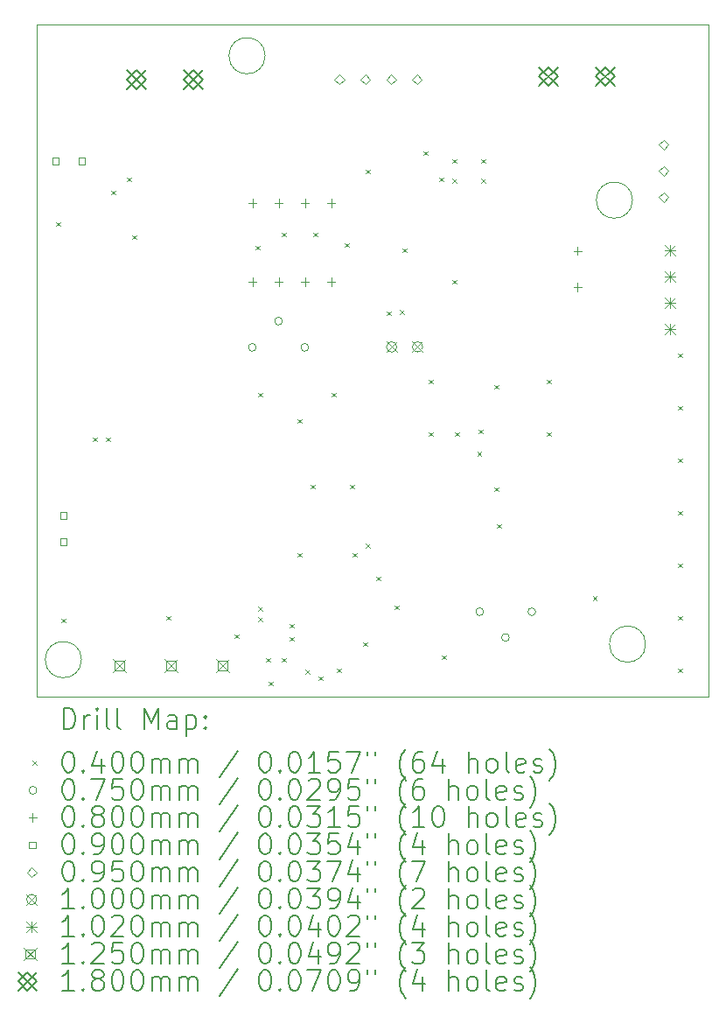
<source format=gbr>
%FSLAX45Y45*%
G04 Gerber Fmt 4.5, Leading zero omitted, Abs format (unit mm)*
G04 Created by KiCad (PCBNEW (6.0.5)) date 2023-08-18 19:43:42*
%MOMM*%
%LPD*%
G01*
G04 APERTURE LIST*
%TA.AperFunction,Profile*%
%ADD10C,0.100000*%
%TD*%
%TA.AperFunction,Profile*%
%ADD11C,0.050000*%
%TD*%
%ADD12C,0.200000*%
%ADD13C,0.040000*%
%ADD14C,0.075000*%
%ADD15C,0.080000*%
%ADD16C,0.090000*%
%ADD17C,0.095000*%
%ADD18C,0.100000*%
%ADD19C,0.102000*%
%ADD20C,0.125000*%
%ADD21C,0.180000*%
G04 APERTURE END LIST*
D10*
X13008685Y-9479999D02*
G75*
G03*
X13008685Y-9479999I-175000J0D01*
G01*
X7674685Y-13924999D02*
G75*
G03*
X7674685Y-13924999I-175000J0D01*
G01*
X9452685Y-8082999D02*
G75*
G03*
X9452685Y-8082999I-175000J0D01*
G01*
X13135685Y-13774999D02*
G75*
G03*
X13135685Y-13774999I-175000J0D01*
G01*
D11*
X7245685Y-7782999D02*
X13745685Y-7782999D01*
X13745685Y-7782999D02*
X13745685Y-14282999D01*
X13745685Y-14282999D02*
X7245685Y-14282999D01*
X7245685Y-14282999D02*
X7245685Y-7782999D01*
D12*
D13*
X7428885Y-9690999D02*
X7468885Y-9730999D01*
X7468885Y-9690999D02*
X7428885Y-9730999D01*
X7479685Y-13526399D02*
X7519685Y-13566399D01*
X7519685Y-13526399D02*
X7479685Y-13566399D01*
X7784485Y-11773799D02*
X7824485Y-11813799D01*
X7824485Y-11773799D02*
X7784485Y-11813799D01*
X7911485Y-11773799D02*
X7951485Y-11813799D01*
X7951485Y-11773799D02*
X7911485Y-11813799D01*
X7962285Y-9386199D02*
X8002285Y-9426199D01*
X8002285Y-9386199D02*
X7962285Y-9426199D01*
X8114685Y-9259199D02*
X8154685Y-9299199D01*
X8154685Y-9259199D02*
X8114685Y-9299199D01*
X8165485Y-9817999D02*
X8205485Y-9857999D01*
X8205485Y-9817999D02*
X8165485Y-9857999D01*
X8495685Y-13500999D02*
X8535685Y-13540999D01*
X8535685Y-13500999D02*
X8495685Y-13540999D01*
X9156085Y-13678799D02*
X9196085Y-13718799D01*
X9196085Y-13678799D02*
X9156085Y-13718799D01*
X9359285Y-9919599D02*
X9399285Y-9959599D01*
X9399285Y-9919599D02*
X9359285Y-9959599D01*
X9384685Y-11341999D02*
X9424685Y-11381999D01*
X9424685Y-11341999D02*
X9384685Y-11381999D01*
X9384685Y-13412099D02*
X9424685Y-13452099D01*
X9424685Y-13412099D02*
X9384685Y-13452099D01*
X9384685Y-13512049D02*
X9424685Y-13552049D01*
X9424685Y-13512049D02*
X9384685Y-13552049D01*
X9460885Y-13907399D02*
X9500885Y-13947399D01*
X9500885Y-13907399D02*
X9460885Y-13947399D01*
X9486285Y-14135999D02*
X9526285Y-14175999D01*
X9526285Y-14135999D02*
X9486285Y-14175999D01*
X9613285Y-9792599D02*
X9653285Y-9832599D01*
X9653285Y-9792599D02*
X9613285Y-9832599D01*
X9613285Y-13907399D02*
X9653285Y-13947399D01*
X9653285Y-13907399D02*
X9613285Y-13947399D01*
X9689485Y-13577199D02*
X9729485Y-13617199D01*
X9729485Y-13577199D02*
X9689485Y-13617199D01*
X9689485Y-13704199D02*
X9729485Y-13744199D01*
X9729485Y-13704199D02*
X9689485Y-13744199D01*
X9765685Y-11595999D02*
X9805685Y-11635999D01*
X9805685Y-11595999D02*
X9765685Y-11635999D01*
X9765685Y-12891399D02*
X9805685Y-12931399D01*
X9805685Y-12891399D02*
X9765685Y-12931399D01*
X9841885Y-14021699D02*
X9881885Y-14061699D01*
X9881885Y-14021699D02*
X9841885Y-14061699D01*
X9892685Y-12230999D02*
X9932685Y-12270999D01*
X9932685Y-12230999D02*
X9892685Y-12270999D01*
X9918085Y-9792599D02*
X9958085Y-9832599D01*
X9958085Y-9792599D02*
X9918085Y-9832599D01*
X9968885Y-14086209D02*
X10008885Y-14126209D01*
X10008885Y-14086209D02*
X9968885Y-14126209D01*
X10095885Y-11341999D02*
X10135885Y-11381999D01*
X10135885Y-11341999D02*
X10095885Y-11381999D01*
X10146685Y-14008999D02*
X10186685Y-14048999D01*
X10186685Y-14008999D02*
X10146685Y-14048999D01*
X10222885Y-9894199D02*
X10262885Y-9934199D01*
X10262885Y-9894199D02*
X10222885Y-9934199D01*
X10273685Y-12230999D02*
X10313685Y-12270999D01*
X10313685Y-12230999D02*
X10273685Y-12270999D01*
X10299085Y-12891399D02*
X10339085Y-12931399D01*
X10339085Y-12891399D02*
X10299085Y-12931399D01*
X10400685Y-13754999D02*
X10440685Y-13794999D01*
X10440685Y-13754999D02*
X10400685Y-13794999D01*
X10426085Y-9182999D02*
X10466085Y-9222999D01*
X10466085Y-9182999D02*
X10426085Y-9222999D01*
X10426085Y-12801449D02*
X10466085Y-12841449D01*
X10466085Y-12801449D02*
X10426085Y-12841449D01*
X10527685Y-13119999D02*
X10567685Y-13159999D01*
X10567685Y-13119999D02*
X10527685Y-13159999D01*
X10629285Y-10554599D02*
X10669285Y-10594599D01*
X10669285Y-10554599D02*
X10629285Y-10594599D01*
X10705485Y-13399399D02*
X10745485Y-13439399D01*
X10745485Y-13399399D02*
X10705485Y-13439399D01*
X10756285Y-10541899D02*
X10796285Y-10581899D01*
X10796285Y-10541899D02*
X10756285Y-10581899D01*
X10781685Y-9944999D02*
X10821685Y-9984999D01*
X10821685Y-9944999D02*
X10781685Y-9984999D01*
X10984885Y-9005199D02*
X11024885Y-9045199D01*
X11024885Y-9005199D02*
X10984885Y-9045199D01*
X11035685Y-11214999D02*
X11075685Y-11254999D01*
X11075685Y-11214999D02*
X11035685Y-11254999D01*
X11035685Y-11722999D02*
X11075685Y-11762999D01*
X11075685Y-11722999D02*
X11035685Y-11762999D01*
X11137285Y-9259199D02*
X11177285Y-9299199D01*
X11177285Y-9259199D02*
X11137285Y-9299199D01*
X11162685Y-13881999D02*
X11202685Y-13921999D01*
X11202685Y-13881999D02*
X11162685Y-13921999D01*
X11264285Y-9081399D02*
X11304285Y-9121399D01*
X11304285Y-9081399D02*
X11264285Y-9121399D01*
X11264285Y-9271899D02*
X11304285Y-9311899D01*
X11304285Y-9271899D02*
X11264285Y-9311899D01*
X11264285Y-10249799D02*
X11304285Y-10289799D01*
X11304285Y-10249799D02*
X11264285Y-10289799D01*
X11289685Y-11722999D02*
X11329685Y-11762999D01*
X11329685Y-11722999D02*
X11289685Y-11762999D01*
X11505585Y-11913334D02*
X11545585Y-11953334D01*
X11545585Y-11913334D02*
X11505585Y-11953334D01*
X11518285Y-11697599D02*
X11558285Y-11737599D01*
X11558285Y-11697599D02*
X11518285Y-11737599D01*
X11543685Y-9081399D02*
X11583685Y-9121399D01*
X11583685Y-9081399D02*
X11543685Y-9121399D01*
X11543685Y-9271899D02*
X11583685Y-9311899D01*
X11583685Y-9271899D02*
X11543685Y-9311899D01*
X11670685Y-11265799D02*
X11710685Y-11305799D01*
X11710685Y-11265799D02*
X11670685Y-11305799D01*
X11670685Y-12256399D02*
X11710685Y-12296399D01*
X11710685Y-12256399D02*
X11670685Y-12296399D01*
X11696085Y-12611999D02*
X11736085Y-12651999D01*
X11736085Y-12611999D02*
X11696085Y-12651999D01*
X12178685Y-11214999D02*
X12218685Y-11254999D01*
X12218685Y-11214999D02*
X12178685Y-11254999D01*
X12178685Y-11722999D02*
X12218685Y-11762999D01*
X12218685Y-11722999D02*
X12178685Y-11762999D01*
X12623185Y-13310499D02*
X12663185Y-13350499D01*
X12663185Y-13310499D02*
X12623185Y-13350499D01*
X13448685Y-10960999D02*
X13488685Y-11000999D01*
X13488685Y-10960999D02*
X13448685Y-11000999D01*
X13448685Y-11468999D02*
X13488685Y-11508999D01*
X13488685Y-11468999D02*
X13448685Y-11508999D01*
X13448685Y-11976999D02*
X13488685Y-12016999D01*
X13488685Y-11976999D02*
X13448685Y-12016999D01*
X13448685Y-12484999D02*
X13488685Y-12524999D01*
X13488685Y-12484999D02*
X13448685Y-12524999D01*
X13448685Y-12992999D02*
X13488685Y-13032999D01*
X13488685Y-12992999D02*
X13448685Y-13032999D01*
X13448685Y-13500999D02*
X13488685Y-13540999D01*
X13488685Y-13500999D02*
X13448685Y-13540999D01*
X13448685Y-14008999D02*
X13488685Y-14048999D01*
X13488685Y-14008999D02*
X13448685Y-14048999D01*
D14*
X9365985Y-10904799D02*
G75*
G03*
X9365985Y-10904799I-37500J0D01*
G01*
X9619985Y-10650799D02*
G75*
G03*
X9619985Y-10650799I-37500J0D01*
G01*
X9873985Y-10904799D02*
G75*
G03*
X9873985Y-10904799I-37500J0D01*
G01*
X11567085Y-13461334D02*
G75*
G03*
X11567085Y-13461334I-37500J0D01*
G01*
X11817085Y-13711334D02*
G75*
G03*
X11817085Y-13711334I-37500J0D01*
G01*
X12072085Y-13461334D02*
G75*
G03*
X12072085Y-13461334I-37500J0D01*
G01*
D15*
X9329485Y-9469299D02*
X9329485Y-9549299D01*
X9289485Y-9509299D02*
X9369485Y-9509299D01*
X9329485Y-10231299D02*
X9329485Y-10311299D01*
X9289485Y-10271299D02*
X9369485Y-10271299D01*
X9583485Y-9469299D02*
X9583485Y-9549299D01*
X9543485Y-9509299D02*
X9623485Y-9509299D01*
X9583485Y-10231299D02*
X9583485Y-10311299D01*
X9543485Y-10271299D02*
X9623485Y-10271299D01*
X9837485Y-9469299D02*
X9837485Y-9549299D01*
X9797485Y-9509299D02*
X9877485Y-9509299D01*
X9837485Y-10231299D02*
X9837485Y-10311299D01*
X9797485Y-10271299D02*
X9877485Y-10271299D01*
X10091485Y-9469299D02*
X10091485Y-9549299D01*
X10051485Y-9509299D02*
X10131485Y-9509299D01*
X10091485Y-10231299D02*
X10091485Y-10311299D01*
X10051485Y-10271299D02*
X10131485Y-10271299D01*
X12478085Y-9930764D02*
X12478085Y-10010764D01*
X12438085Y-9970764D02*
X12518085Y-9970764D01*
X12478085Y-10280764D02*
X12478085Y-10360764D01*
X12438085Y-10320764D02*
X12518085Y-10320764D01*
D16*
X7455305Y-9133219D02*
X7455305Y-9069579D01*
X7391665Y-9069579D01*
X7391665Y-9133219D01*
X7455305Y-9133219D01*
X7531505Y-12562719D02*
X7531505Y-12499079D01*
X7467865Y-12499079D01*
X7467865Y-12562719D01*
X7531505Y-12562719D01*
X7531505Y-12816719D02*
X7531505Y-12753079D01*
X7467865Y-12753079D01*
X7467865Y-12816719D01*
X7531505Y-12816719D01*
X7709305Y-9133219D02*
X7709305Y-9069579D01*
X7645665Y-9069579D01*
X7645665Y-9133219D01*
X7709305Y-9133219D01*
D17*
X10172685Y-8360099D02*
X10220185Y-8312599D01*
X10172685Y-8265099D01*
X10125185Y-8312599D01*
X10172685Y-8360099D01*
X10422685Y-8360099D02*
X10470185Y-8312599D01*
X10422685Y-8265099D01*
X10375185Y-8312599D01*
X10422685Y-8360099D01*
X10672685Y-8360099D02*
X10720185Y-8312599D01*
X10672685Y-8265099D01*
X10625185Y-8312599D01*
X10672685Y-8360099D01*
X10922685Y-8360099D02*
X10970185Y-8312599D01*
X10922685Y-8265099D01*
X10875185Y-8312599D01*
X10922685Y-8360099D01*
X13311685Y-8992499D02*
X13359185Y-8944999D01*
X13311685Y-8897499D01*
X13264185Y-8944999D01*
X13311685Y-8992499D01*
X13311685Y-9246499D02*
X13359185Y-9198999D01*
X13311685Y-9151499D01*
X13264185Y-9198999D01*
X13311685Y-9246499D01*
X13311685Y-9500499D02*
X13359185Y-9452999D01*
X13311685Y-9405499D01*
X13264185Y-9452999D01*
X13311685Y-9500499D01*
D18*
X10628685Y-10850199D02*
X10728685Y-10950199D01*
X10728685Y-10850199D02*
X10628685Y-10950199D01*
X10728685Y-10900199D02*
G75*
G03*
X10728685Y-10900199I-50000J0D01*
G01*
X10878685Y-10850199D02*
X10978685Y-10950199D01*
X10978685Y-10850199D02*
X10878685Y-10950199D01*
X10978685Y-10900199D02*
G75*
G03*
X10978685Y-10900199I-50000J0D01*
G01*
D19*
X13320685Y-9913999D02*
X13422685Y-10015999D01*
X13422685Y-9913999D02*
X13320685Y-10015999D01*
X13371685Y-9913999D02*
X13371685Y-10015999D01*
X13320685Y-9964999D02*
X13422685Y-9964999D01*
X13320685Y-10167999D02*
X13422685Y-10269999D01*
X13422685Y-10167999D02*
X13320685Y-10269999D01*
X13371685Y-10167999D02*
X13371685Y-10269999D01*
X13320685Y-10218999D02*
X13422685Y-10218999D01*
X13320685Y-10421999D02*
X13422685Y-10523999D01*
X13422685Y-10421999D02*
X13320685Y-10523999D01*
X13371685Y-10421999D02*
X13371685Y-10523999D01*
X13320685Y-10472999D02*
X13422685Y-10472999D01*
X13320685Y-10675999D02*
X13422685Y-10777999D01*
X13422685Y-10675999D02*
X13320685Y-10777999D01*
X13371685Y-10675999D02*
X13371685Y-10777999D01*
X13320685Y-10726999D02*
X13422685Y-10726999D01*
D20*
X7978585Y-13921849D02*
X8103585Y-14046849D01*
X8103585Y-13921849D02*
X7978585Y-14046849D01*
X8085280Y-14028543D02*
X8085280Y-13940154D01*
X7996890Y-13940154D01*
X7996890Y-14028543D01*
X8085280Y-14028543D01*
X8478585Y-13921849D02*
X8603585Y-14046849D01*
X8603585Y-13921849D02*
X8478585Y-14046849D01*
X8585280Y-14028543D02*
X8585280Y-13940154D01*
X8496891Y-13940154D01*
X8496891Y-14028543D01*
X8585280Y-14028543D01*
X8978585Y-13921849D02*
X9103585Y-14046849D01*
X9103585Y-13921849D02*
X8978585Y-14046849D01*
X9085280Y-14028543D02*
X9085280Y-13940154D01*
X8996891Y-13940154D01*
X8996891Y-14028543D01*
X9085280Y-14028543D01*
D21*
X8118185Y-8223999D02*
X8298185Y-8403999D01*
X8298185Y-8223999D02*
X8118185Y-8403999D01*
X8208185Y-8403999D02*
X8298185Y-8313999D01*
X8208185Y-8223999D01*
X8118185Y-8313999D01*
X8208185Y-8403999D01*
X8668185Y-8223999D02*
X8848185Y-8403999D01*
X8848185Y-8223999D02*
X8668185Y-8403999D01*
X8758185Y-8403999D02*
X8848185Y-8313999D01*
X8758185Y-8223999D01*
X8668185Y-8313999D01*
X8758185Y-8403999D01*
X12105685Y-8192999D02*
X12285685Y-8372999D01*
X12285685Y-8192999D02*
X12105685Y-8372999D01*
X12195685Y-8372999D02*
X12285685Y-8282999D01*
X12195685Y-8192999D01*
X12105685Y-8282999D01*
X12195685Y-8372999D01*
X12655685Y-8192999D02*
X12835685Y-8372999D01*
X12835685Y-8192999D02*
X12655685Y-8372999D01*
X12745685Y-8372999D02*
X12835685Y-8282999D01*
X12745685Y-8192999D01*
X12655685Y-8282999D01*
X12745685Y-8372999D01*
D12*
X7500804Y-14595975D02*
X7500804Y-14395975D01*
X7548423Y-14395975D01*
X7576995Y-14405499D01*
X7596042Y-14424546D01*
X7605566Y-14443594D01*
X7615090Y-14481689D01*
X7615090Y-14510261D01*
X7605566Y-14548356D01*
X7596042Y-14567403D01*
X7576995Y-14586451D01*
X7548423Y-14595975D01*
X7500804Y-14595975D01*
X7700804Y-14595975D02*
X7700804Y-14462641D01*
X7700804Y-14500737D02*
X7710328Y-14481689D01*
X7719852Y-14472165D01*
X7738899Y-14462641D01*
X7757947Y-14462641D01*
X7824614Y-14595975D02*
X7824614Y-14462641D01*
X7824614Y-14395975D02*
X7815090Y-14405499D01*
X7824614Y-14415022D01*
X7834137Y-14405499D01*
X7824614Y-14395975D01*
X7824614Y-14415022D01*
X7948423Y-14595975D02*
X7929375Y-14586451D01*
X7919852Y-14567403D01*
X7919852Y-14395975D01*
X8053185Y-14595975D02*
X8034137Y-14586451D01*
X8024614Y-14567403D01*
X8024614Y-14395975D01*
X8281756Y-14595975D02*
X8281756Y-14395975D01*
X8348423Y-14538832D01*
X8415090Y-14395975D01*
X8415090Y-14595975D01*
X8596042Y-14595975D02*
X8596042Y-14491213D01*
X8586518Y-14472165D01*
X8567471Y-14462641D01*
X8529376Y-14462641D01*
X8510328Y-14472165D01*
X8596042Y-14586451D02*
X8576995Y-14595975D01*
X8529376Y-14595975D01*
X8510328Y-14586451D01*
X8500804Y-14567403D01*
X8500804Y-14548356D01*
X8510328Y-14529308D01*
X8529376Y-14519784D01*
X8576995Y-14519784D01*
X8596042Y-14510261D01*
X8691280Y-14462641D02*
X8691280Y-14662641D01*
X8691280Y-14472165D02*
X8710328Y-14462641D01*
X8748423Y-14462641D01*
X8767471Y-14472165D01*
X8776995Y-14481689D01*
X8786518Y-14500737D01*
X8786518Y-14557880D01*
X8776995Y-14576927D01*
X8767471Y-14586451D01*
X8748423Y-14595975D01*
X8710328Y-14595975D01*
X8691280Y-14586451D01*
X8872233Y-14576927D02*
X8881757Y-14586451D01*
X8872233Y-14595975D01*
X8862709Y-14586451D01*
X8872233Y-14576927D01*
X8872233Y-14595975D01*
X8872233Y-14472165D02*
X8881757Y-14481689D01*
X8872233Y-14491213D01*
X8862709Y-14481689D01*
X8872233Y-14472165D01*
X8872233Y-14491213D01*
D13*
X7203185Y-14905499D02*
X7243185Y-14945499D01*
X7243185Y-14905499D02*
X7203185Y-14945499D01*
D12*
X7538899Y-14815975D02*
X7557947Y-14815975D01*
X7576995Y-14825499D01*
X7586518Y-14835022D01*
X7596042Y-14854070D01*
X7605566Y-14892165D01*
X7605566Y-14939784D01*
X7596042Y-14977880D01*
X7586518Y-14996927D01*
X7576995Y-15006451D01*
X7557947Y-15015975D01*
X7538899Y-15015975D01*
X7519852Y-15006451D01*
X7510328Y-14996927D01*
X7500804Y-14977880D01*
X7491280Y-14939784D01*
X7491280Y-14892165D01*
X7500804Y-14854070D01*
X7510328Y-14835022D01*
X7519852Y-14825499D01*
X7538899Y-14815975D01*
X7691280Y-14996927D02*
X7700804Y-15006451D01*
X7691280Y-15015975D01*
X7681756Y-15006451D01*
X7691280Y-14996927D01*
X7691280Y-15015975D01*
X7872233Y-14882641D02*
X7872233Y-15015975D01*
X7824614Y-14806451D02*
X7776995Y-14949308D01*
X7900804Y-14949308D01*
X8015090Y-14815975D02*
X8034137Y-14815975D01*
X8053185Y-14825499D01*
X8062709Y-14835022D01*
X8072233Y-14854070D01*
X8081756Y-14892165D01*
X8081756Y-14939784D01*
X8072233Y-14977880D01*
X8062709Y-14996927D01*
X8053185Y-15006451D01*
X8034137Y-15015975D01*
X8015090Y-15015975D01*
X7996042Y-15006451D01*
X7986518Y-14996927D01*
X7976995Y-14977880D01*
X7967471Y-14939784D01*
X7967471Y-14892165D01*
X7976995Y-14854070D01*
X7986518Y-14835022D01*
X7996042Y-14825499D01*
X8015090Y-14815975D01*
X8205566Y-14815975D02*
X8224614Y-14815975D01*
X8243661Y-14825499D01*
X8253185Y-14835022D01*
X8262709Y-14854070D01*
X8272233Y-14892165D01*
X8272233Y-14939784D01*
X8262709Y-14977880D01*
X8253185Y-14996927D01*
X8243661Y-15006451D01*
X8224614Y-15015975D01*
X8205566Y-15015975D01*
X8186518Y-15006451D01*
X8176995Y-14996927D01*
X8167471Y-14977880D01*
X8157947Y-14939784D01*
X8157947Y-14892165D01*
X8167471Y-14854070D01*
X8176995Y-14835022D01*
X8186518Y-14825499D01*
X8205566Y-14815975D01*
X8357947Y-15015975D02*
X8357947Y-14882641D01*
X8357947Y-14901689D02*
X8367471Y-14892165D01*
X8386518Y-14882641D01*
X8415090Y-14882641D01*
X8434137Y-14892165D01*
X8443661Y-14911213D01*
X8443661Y-15015975D01*
X8443661Y-14911213D02*
X8453185Y-14892165D01*
X8472233Y-14882641D01*
X8500804Y-14882641D01*
X8519852Y-14892165D01*
X8529376Y-14911213D01*
X8529376Y-15015975D01*
X8624614Y-15015975D02*
X8624614Y-14882641D01*
X8624614Y-14901689D02*
X8634137Y-14892165D01*
X8653185Y-14882641D01*
X8681757Y-14882641D01*
X8700804Y-14892165D01*
X8710328Y-14911213D01*
X8710328Y-15015975D01*
X8710328Y-14911213D02*
X8719852Y-14892165D01*
X8738899Y-14882641D01*
X8767471Y-14882641D01*
X8786518Y-14892165D01*
X8796042Y-14911213D01*
X8796042Y-15015975D01*
X9186518Y-14806451D02*
X9015090Y-15063594D01*
X9443661Y-14815975D02*
X9462709Y-14815975D01*
X9481757Y-14825499D01*
X9491280Y-14835022D01*
X9500804Y-14854070D01*
X9510328Y-14892165D01*
X9510328Y-14939784D01*
X9500804Y-14977880D01*
X9491280Y-14996927D01*
X9481757Y-15006451D01*
X9462709Y-15015975D01*
X9443661Y-15015975D01*
X9424614Y-15006451D01*
X9415090Y-14996927D01*
X9405566Y-14977880D01*
X9396042Y-14939784D01*
X9396042Y-14892165D01*
X9405566Y-14854070D01*
X9415090Y-14835022D01*
X9424614Y-14825499D01*
X9443661Y-14815975D01*
X9596042Y-14996927D02*
X9605566Y-15006451D01*
X9596042Y-15015975D01*
X9586518Y-15006451D01*
X9596042Y-14996927D01*
X9596042Y-15015975D01*
X9729376Y-14815975D02*
X9748423Y-14815975D01*
X9767471Y-14825499D01*
X9776995Y-14835022D01*
X9786518Y-14854070D01*
X9796042Y-14892165D01*
X9796042Y-14939784D01*
X9786518Y-14977880D01*
X9776995Y-14996927D01*
X9767471Y-15006451D01*
X9748423Y-15015975D01*
X9729376Y-15015975D01*
X9710328Y-15006451D01*
X9700804Y-14996927D01*
X9691280Y-14977880D01*
X9681757Y-14939784D01*
X9681757Y-14892165D01*
X9691280Y-14854070D01*
X9700804Y-14835022D01*
X9710328Y-14825499D01*
X9729376Y-14815975D01*
X9986518Y-15015975D02*
X9872233Y-15015975D01*
X9929376Y-15015975D02*
X9929376Y-14815975D01*
X9910328Y-14844546D01*
X9891280Y-14863594D01*
X9872233Y-14873118D01*
X10167471Y-14815975D02*
X10072233Y-14815975D01*
X10062709Y-14911213D01*
X10072233Y-14901689D01*
X10091280Y-14892165D01*
X10138899Y-14892165D01*
X10157947Y-14901689D01*
X10167471Y-14911213D01*
X10176995Y-14930261D01*
X10176995Y-14977880D01*
X10167471Y-14996927D01*
X10157947Y-15006451D01*
X10138899Y-15015975D01*
X10091280Y-15015975D01*
X10072233Y-15006451D01*
X10062709Y-14996927D01*
X10243661Y-14815975D02*
X10376995Y-14815975D01*
X10291280Y-15015975D01*
X10443661Y-14815975D02*
X10443661Y-14854070D01*
X10519852Y-14815975D02*
X10519852Y-14854070D01*
X10815090Y-15092165D02*
X10805566Y-15082641D01*
X10786518Y-15054070D01*
X10776995Y-15035022D01*
X10767471Y-15006451D01*
X10757947Y-14958832D01*
X10757947Y-14920737D01*
X10767471Y-14873118D01*
X10776995Y-14844546D01*
X10786518Y-14825499D01*
X10805566Y-14796927D01*
X10815090Y-14787403D01*
X10976995Y-14815975D02*
X10938899Y-14815975D01*
X10919852Y-14825499D01*
X10910328Y-14835022D01*
X10891280Y-14863594D01*
X10881757Y-14901689D01*
X10881757Y-14977880D01*
X10891280Y-14996927D01*
X10900804Y-15006451D01*
X10919852Y-15015975D01*
X10957947Y-15015975D01*
X10976995Y-15006451D01*
X10986518Y-14996927D01*
X10996042Y-14977880D01*
X10996042Y-14930261D01*
X10986518Y-14911213D01*
X10976995Y-14901689D01*
X10957947Y-14892165D01*
X10919852Y-14892165D01*
X10900804Y-14901689D01*
X10891280Y-14911213D01*
X10881757Y-14930261D01*
X11167471Y-14882641D02*
X11167471Y-15015975D01*
X11119852Y-14806451D02*
X11072233Y-14949308D01*
X11196042Y-14949308D01*
X11424614Y-15015975D02*
X11424614Y-14815975D01*
X11510328Y-15015975D02*
X11510328Y-14911213D01*
X11500804Y-14892165D01*
X11481756Y-14882641D01*
X11453185Y-14882641D01*
X11434137Y-14892165D01*
X11424614Y-14901689D01*
X11634137Y-15015975D02*
X11615090Y-15006451D01*
X11605566Y-14996927D01*
X11596042Y-14977880D01*
X11596042Y-14920737D01*
X11605566Y-14901689D01*
X11615090Y-14892165D01*
X11634137Y-14882641D01*
X11662709Y-14882641D01*
X11681756Y-14892165D01*
X11691280Y-14901689D01*
X11700804Y-14920737D01*
X11700804Y-14977880D01*
X11691280Y-14996927D01*
X11681756Y-15006451D01*
X11662709Y-15015975D01*
X11634137Y-15015975D01*
X11815090Y-15015975D02*
X11796042Y-15006451D01*
X11786518Y-14987403D01*
X11786518Y-14815975D01*
X11967471Y-15006451D02*
X11948423Y-15015975D01*
X11910328Y-15015975D01*
X11891280Y-15006451D01*
X11881756Y-14987403D01*
X11881756Y-14911213D01*
X11891280Y-14892165D01*
X11910328Y-14882641D01*
X11948423Y-14882641D01*
X11967471Y-14892165D01*
X11976995Y-14911213D01*
X11976995Y-14930261D01*
X11881756Y-14949308D01*
X12053185Y-15006451D02*
X12072233Y-15015975D01*
X12110328Y-15015975D01*
X12129375Y-15006451D01*
X12138899Y-14987403D01*
X12138899Y-14977880D01*
X12129375Y-14958832D01*
X12110328Y-14949308D01*
X12081756Y-14949308D01*
X12062709Y-14939784D01*
X12053185Y-14920737D01*
X12053185Y-14911213D01*
X12062709Y-14892165D01*
X12081756Y-14882641D01*
X12110328Y-14882641D01*
X12129375Y-14892165D01*
X12205566Y-15092165D02*
X12215090Y-15082641D01*
X12234137Y-15054070D01*
X12243661Y-15035022D01*
X12253185Y-15006451D01*
X12262709Y-14958832D01*
X12262709Y-14920737D01*
X12253185Y-14873118D01*
X12243661Y-14844546D01*
X12234137Y-14825499D01*
X12215090Y-14796927D01*
X12205566Y-14787403D01*
D14*
X7243185Y-15189499D02*
G75*
G03*
X7243185Y-15189499I-37500J0D01*
G01*
D12*
X7538899Y-15079975D02*
X7557947Y-15079975D01*
X7576995Y-15089499D01*
X7586518Y-15099022D01*
X7596042Y-15118070D01*
X7605566Y-15156165D01*
X7605566Y-15203784D01*
X7596042Y-15241880D01*
X7586518Y-15260927D01*
X7576995Y-15270451D01*
X7557947Y-15279975D01*
X7538899Y-15279975D01*
X7519852Y-15270451D01*
X7510328Y-15260927D01*
X7500804Y-15241880D01*
X7491280Y-15203784D01*
X7491280Y-15156165D01*
X7500804Y-15118070D01*
X7510328Y-15099022D01*
X7519852Y-15089499D01*
X7538899Y-15079975D01*
X7691280Y-15260927D02*
X7700804Y-15270451D01*
X7691280Y-15279975D01*
X7681756Y-15270451D01*
X7691280Y-15260927D01*
X7691280Y-15279975D01*
X7767471Y-15079975D02*
X7900804Y-15079975D01*
X7815090Y-15279975D01*
X8072233Y-15079975D02*
X7976995Y-15079975D01*
X7967471Y-15175213D01*
X7976995Y-15165689D01*
X7996042Y-15156165D01*
X8043661Y-15156165D01*
X8062709Y-15165689D01*
X8072233Y-15175213D01*
X8081756Y-15194261D01*
X8081756Y-15241880D01*
X8072233Y-15260927D01*
X8062709Y-15270451D01*
X8043661Y-15279975D01*
X7996042Y-15279975D01*
X7976995Y-15270451D01*
X7967471Y-15260927D01*
X8205566Y-15079975D02*
X8224614Y-15079975D01*
X8243661Y-15089499D01*
X8253185Y-15099022D01*
X8262709Y-15118070D01*
X8272233Y-15156165D01*
X8272233Y-15203784D01*
X8262709Y-15241880D01*
X8253185Y-15260927D01*
X8243661Y-15270451D01*
X8224614Y-15279975D01*
X8205566Y-15279975D01*
X8186518Y-15270451D01*
X8176995Y-15260927D01*
X8167471Y-15241880D01*
X8157947Y-15203784D01*
X8157947Y-15156165D01*
X8167471Y-15118070D01*
X8176995Y-15099022D01*
X8186518Y-15089499D01*
X8205566Y-15079975D01*
X8357947Y-15279975D02*
X8357947Y-15146641D01*
X8357947Y-15165689D02*
X8367471Y-15156165D01*
X8386518Y-15146641D01*
X8415090Y-15146641D01*
X8434137Y-15156165D01*
X8443661Y-15175213D01*
X8443661Y-15279975D01*
X8443661Y-15175213D02*
X8453185Y-15156165D01*
X8472233Y-15146641D01*
X8500804Y-15146641D01*
X8519852Y-15156165D01*
X8529376Y-15175213D01*
X8529376Y-15279975D01*
X8624614Y-15279975D02*
X8624614Y-15146641D01*
X8624614Y-15165689D02*
X8634137Y-15156165D01*
X8653185Y-15146641D01*
X8681757Y-15146641D01*
X8700804Y-15156165D01*
X8710328Y-15175213D01*
X8710328Y-15279975D01*
X8710328Y-15175213D02*
X8719852Y-15156165D01*
X8738899Y-15146641D01*
X8767471Y-15146641D01*
X8786518Y-15156165D01*
X8796042Y-15175213D01*
X8796042Y-15279975D01*
X9186518Y-15070451D02*
X9015090Y-15327594D01*
X9443661Y-15079975D02*
X9462709Y-15079975D01*
X9481757Y-15089499D01*
X9491280Y-15099022D01*
X9500804Y-15118070D01*
X9510328Y-15156165D01*
X9510328Y-15203784D01*
X9500804Y-15241880D01*
X9491280Y-15260927D01*
X9481757Y-15270451D01*
X9462709Y-15279975D01*
X9443661Y-15279975D01*
X9424614Y-15270451D01*
X9415090Y-15260927D01*
X9405566Y-15241880D01*
X9396042Y-15203784D01*
X9396042Y-15156165D01*
X9405566Y-15118070D01*
X9415090Y-15099022D01*
X9424614Y-15089499D01*
X9443661Y-15079975D01*
X9596042Y-15260927D02*
X9605566Y-15270451D01*
X9596042Y-15279975D01*
X9586518Y-15270451D01*
X9596042Y-15260927D01*
X9596042Y-15279975D01*
X9729376Y-15079975D02*
X9748423Y-15079975D01*
X9767471Y-15089499D01*
X9776995Y-15099022D01*
X9786518Y-15118070D01*
X9796042Y-15156165D01*
X9796042Y-15203784D01*
X9786518Y-15241880D01*
X9776995Y-15260927D01*
X9767471Y-15270451D01*
X9748423Y-15279975D01*
X9729376Y-15279975D01*
X9710328Y-15270451D01*
X9700804Y-15260927D01*
X9691280Y-15241880D01*
X9681757Y-15203784D01*
X9681757Y-15156165D01*
X9691280Y-15118070D01*
X9700804Y-15099022D01*
X9710328Y-15089499D01*
X9729376Y-15079975D01*
X9872233Y-15099022D02*
X9881757Y-15089499D01*
X9900804Y-15079975D01*
X9948423Y-15079975D01*
X9967471Y-15089499D01*
X9976995Y-15099022D01*
X9986518Y-15118070D01*
X9986518Y-15137118D01*
X9976995Y-15165689D01*
X9862709Y-15279975D01*
X9986518Y-15279975D01*
X10081757Y-15279975D02*
X10119852Y-15279975D01*
X10138899Y-15270451D01*
X10148423Y-15260927D01*
X10167471Y-15232356D01*
X10176995Y-15194261D01*
X10176995Y-15118070D01*
X10167471Y-15099022D01*
X10157947Y-15089499D01*
X10138899Y-15079975D01*
X10100804Y-15079975D01*
X10081757Y-15089499D01*
X10072233Y-15099022D01*
X10062709Y-15118070D01*
X10062709Y-15165689D01*
X10072233Y-15184737D01*
X10081757Y-15194261D01*
X10100804Y-15203784D01*
X10138899Y-15203784D01*
X10157947Y-15194261D01*
X10167471Y-15184737D01*
X10176995Y-15165689D01*
X10357947Y-15079975D02*
X10262709Y-15079975D01*
X10253185Y-15175213D01*
X10262709Y-15165689D01*
X10281757Y-15156165D01*
X10329376Y-15156165D01*
X10348423Y-15165689D01*
X10357947Y-15175213D01*
X10367471Y-15194261D01*
X10367471Y-15241880D01*
X10357947Y-15260927D01*
X10348423Y-15270451D01*
X10329376Y-15279975D01*
X10281757Y-15279975D01*
X10262709Y-15270451D01*
X10253185Y-15260927D01*
X10443661Y-15079975D02*
X10443661Y-15118070D01*
X10519852Y-15079975D02*
X10519852Y-15118070D01*
X10815090Y-15356165D02*
X10805566Y-15346641D01*
X10786518Y-15318070D01*
X10776995Y-15299022D01*
X10767471Y-15270451D01*
X10757947Y-15222832D01*
X10757947Y-15184737D01*
X10767471Y-15137118D01*
X10776995Y-15108546D01*
X10786518Y-15089499D01*
X10805566Y-15060927D01*
X10815090Y-15051403D01*
X10976995Y-15079975D02*
X10938899Y-15079975D01*
X10919852Y-15089499D01*
X10910328Y-15099022D01*
X10891280Y-15127594D01*
X10881757Y-15165689D01*
X10881757Y-15241880D01*
X10891280Y-15260927D01*
X10900804Y-15270451D01*
X10919852Y-15279975D01*
X10957947Y-15279975D01*
X10976995Y-15270451D01*
X10986518Y-15260927D01*
X10996042Y-15241880D01*
X10996042Y-15194261D01*
X10986518Y-15175213D01*
X10976995Y-15165689D01*
X10957947Y-15156165D01*
X10919852Y-15156165D01*
X10900804Y-15165689D01*
X10891280Y-15175213D01*
X10881757Y-15194261D01*
X11234137Y-15279975D02*
X11234137Y-15079975D01*
X11319852Y-15279975D02*
X11319852Y-15175213D01*
X11310328Y-15156165D01*
X11291280Y-15146641D01*
X11262709Y-15146641D01*
X11243661Y-15156165D01*
X11234137Y-15165689D01*
X11443661Y-15279975D02*
X11424614Y-15270451D01*
X11415090Y-15260927D01*
X11405566Y-15241880D01*
X11405566Y-15184737D01*
X11415090Y-15165689D01*
X11424614Y-15156165D01*
X11443661Y-15146641D01*
X11472233Y-15146641D01*
X11491280Y-15156165D01*
X11500804Y-15165689D01*
X11510328Y-15184737D01*
X11510328Y-15241880D01*
X11500804Y-15260927D01*
X11491280Y-15270451D01*
X11472233Y-15279975D01*
X11443661Y-15279975D01*
X11624614Y-15279975D02*
X11605566Y-15270451D01*
X11596042Y-15251403D01*
X11596042Y-15079975D01*
X11776995Y-15270451D02*
X11757947Y-15279975D01*
X11719852Y-15279975D01*
X11700804Y-15270451D01*
X11691280Y-15251403D01*
X11691280Y-15175213D01*
X11700804Y-15156165D01*
X11719852Y-15146641D01*
X11757947Y-15146641D01*
X11776995Y-15156165D01*
X11786518Y-15175213D01*
X11786518Y-15194261D01*
X11691280Y-15213308D01*
X11862709Y-15270451D02*
X11881756Y-15279975D01*
X11919852Y-15279975D01*
X11938899Y-15270451D01*
X11948423Y-15251403D01*
X11948423Y-15241880D01*
X11938899Y-15222832D01*
X11919852Y-15213308D01*
X11891280Y-15213308D01*
X11872233Y-15203784D01*
X11862709Y-15184737D01*
X11862709Y-15175213D01*
X11872233Y-15156165D01*
X11891280Y-15146641D01*
X11919852Y-15146641D01*
X11938899Y-15156165D01*
X12015090Y-15356165D02*
X12024614Y-15346641D01*
X12043661Y-15318070D01*
X12053185Y-15299022D01*
X12062709Y-15270451D01*
X12072233Y-15222832D01*
X12072233Y-15184737D01*
X12062709Y-15137118D01*
X12053185Y-15108546D01*
X12043661Y-15089499D01*
X12024614Y-15060927D01*
X12015090Y-15051403D01*
D15*
X7203185Y-15413499D02*
X7203185Y-15493499D01*
X7163185Y-15453499D02*
X7243185Y-15453499D01*
D12*
X7538899Y-15343975D02*
X7557947Y-15343975D01*
X7576995Y-15353499D01*
X7586518Y-15363022D01*
X7596042Y-15382070D01*
X7605566Y-15420165D01*
X7605566Y-15467784D01*
X7596042Y-15505880D01*
X7586518Y-15524927D01*
X7576995Y-15534451D01*
X7557947Y-15543975D01*
X7538899Y-15543975D01*
X7519852Y-15534451D01*
X7510328Y-15524927D01*
X7500804Y-15505880D01*
X7491280Y-15467784D01*
X7491280Y-15420165D01*
X7500804Y-15382070D01*
X7510328Y-15363022D01*
X7519852Y-15353499D01*
X7538899Y-15343975D01*
X7691280Y-15524927D02*
X7700804Y-15534451D01*
X7691280Y-15543975D01*
X7681756Y-15534451D01*
X7691280Y-15524927D01*
X7691280Y-15543975D01*
X7815090Y-15429689D02*
X7796042Y-15420165D01*
X7786518Y-15410641D01*
X7776995Y-15391594D01*
X7776995Y-15382070D01*
X7786518Y-15363022D01*
X7796042Y-15353499D01*
X7815090Y-15343975D01*
X7853185Y-15343975D01*
X7872233Y-15353499D01*
X7881756Y-15363022D01*
X7891280Y-15382070D01*
X7891280Y-15391594D01*
X7881756Y-15410641D01*
X7872233Y-15420165D01*
X7853185Y-15429689D01*
X7815090Y-15429689D01*
X7796042Y-15439213D01*
X7786518Y-15448737D01*
X7776995Y-15467784D01*
X7776995Y-15505880D01*
X7786518Y-15524927D01*
X7796042Y-15534451D01*
X7815090Y-15543975D01*
X7853185Y-15543975D01*
X7872233Y-15534451D01*
X7881756Y-15524927D01*
X7891280Y-15505880D01*
X7891280Y-15467784D01*
X7881756Y-15448737D01*
X7872233Y-15439213D01*
X7853185Y-15429689D01*
X8015090Y-15343975D02*
X8034137Y-15343975D01*
X8053185Y-15353499D01*
X8062709Y-15363022D01*
X8072233Y-15382070D01*
X8081756Y-15420165D01*
X8081756Y-15467784D01*
X8072233Y-15505880D01*
X8062709Y-15524927D01*
X8053185Y-15534451D01*
X8034137Y-15543975D01*
X8015090Y-15543975D01*
X7996042Y-15534451D01*
X7986518Y-15524927D01*
X7976995Y-15505880D01*
X7967471Y-15467784D01*
X7967471Y-15420165D01*
X7976995Y-15382070D01*
X7986518Y-15363022D01*
X7996042Y-15353499D01*
X8015090Y-15343975D01*
X8205566Y-15343975D02*
X8224614Y-15343975D01*
X8243661Y-15353499D01*
X8253185Y-15363022D01*
X8262709Y-15382070D01*
X8272233Y-15420165D01*
X8272233Y-15467784D01*
X8262709Y-15505880D01*
X8253185Y-15524927D01*
X8243661Y-15534451D01*
X8224614Y-15543975D01*
X8205566Y-15543975D01*
X8186518Y-15534451D01*
X8176995Y-15524927D01*
X8167471Y-15505880D01*
X8157947Y-15467784D01*
X8157947Y-15420165D01*
X8167471Y-15382070D01*
X8176995Y-15363022D01*
X8186518Y-15353499D01*
X8205566Y-15343975D01*
X8357947Y-15543975D02*
X8357947Y-15410641D01*
X8357947Y-15429689D02*
X8367471Y-15420165D01*
X8386518Y-15410641D01*
X8415090Y-15410641D01*
X8434137Y-15420165D01*
X8443661Y-15439213D01*
X8443661Y-15543975D01*
X8443661Y-15439213D02*
X8453185Y-15420165D01*
X8472233Y-15410641D01*
X8500804Y-15410641D01*
X8519852Y-15420165D01*
X8529376Y-15439213D01*
X8529376Y-15543975D01*
X8624614Y-15543975D02*
X8624614Y-15410641D01*
X8624614Y-15429689D02*
X8634137Y-15420165D01*
X8653185Y-15410641D01*
X8681757Y-15410641D01*
X8700804Y-15420165D01*
X8710328Y-15439213D01*
X8710328Y-15543975D01*
X8710328Y-15439213D02*
X8719852Y-15420165D01*
X8738899Y-15410641D01*
X8767471Y-15410641D01*
X8786518Y-15420165D01*
X8796042Y-15439213D01*
X8796042Y-15543975D01*
X9186518Y-15334451D02*
X9015090Y-15591594D01*
X9443661Y-15343975D02*
X9462709Y-15343975D01*
X9481757Y-15353499D01*
X9491280Y-15363022D01*
X9500804Y-15382070D01*
X9510328Y-15420165D01*
X9510328Y-15467784D01*
X9500804Y-15505880D01*
X9491280Y-15524927D01*
X9481757Y-15534451D01*
X9462709Y-15543975D01*
X9443661Y-15543975D01*
X9424614Y-15534451D01*
X9415090Y-15524927D01*
X9405566Y-15505880D01*
X9396042Y-15467784D01*
X9396042Y-15420165D01*
X9405566Y-15382070D01*
X9415090Y-15363022D01*
X9424614Y-15353499D01*
X9443661Y-15343975D01*
X9596042Y-15524927D02*
X9605566Y-15534451D01*
X9596042Y-15543975D01*
X9586518Y-15534451D01*
X9596042Y-15524927D01*
X9596042Y-15543975D01*
X9729376Y-15343975D02*
X9748423Y-15343975D01*
X9767471Y-15353499D01*
X9776995Y-15363022D01*
X9786518Y-15382070D01*
X9796042Y-15420165D01*
X9796042Y-15467784D01*
X9786518Y-15505880D01*
X9776995Y-15524927D01*
X9767471Y-15534451D01*
X9748423Y-15543975D01*
X9729376Y-15543975D01*
X9710328Y-15534451D01*
X9700804Y-15524927D01*
X9691280Y-15505880D01*
X9681757Y-15467784D01*
X9681757Y-15420165D01*
X9691280Y-15382070D01*
X9700804Y-15363022D01*
X9710328Y-15353499D01*
X9729376Y-15343975D01*
X9862709Y-15343975D02*
X9986518Y-15343975D01*
X9919852Y-15420165D01*
X9948423Y-15420165D01*
X9967471Y-15429689D01*
X9976995Y-15439213D01*
X9986518Y-15458261D01*
X9986518Y-15505880D01*
X9976995Y-15524927D01*
X9967471Y-15534451D01*
X9948423Y-15543975D01*
X9891280Y-15543975D01*
X9872233Y-15534451D01*
X9862709Y-15524927D01*
X10176995Y-15543975D02*
X10062709Y-15543975D01*
X10119852Y-15543975D02*
X10119852Y-15343975D01*
X10100804Y-15372546D01*
X10081757Y-15391594D01*
X10062709Y-15401118D01*
X10357947Y-15343975D02*
X10262709Y-15343975D01*
X10253185Y-15439213D01*
X10262709Y-15429689D01*
X10281757Y-15420165D01*
X10329376Y-15420165D01*
X10348423Y-15429689D01*
X10357947Y-15439213D01*
X10367471Y-15458261D01*
X10367471Y-15505880D01*
X10357947Y-15524927D01*
X10348423Y-15534451D01*
X10329376Y-15543975D01*
X10281757Y-15543975D01*
X10262709Y-15534451D01*
X10253185Y-15524927D01*
X10443661Y-15343975D02*
X10443661Y-15382070D01*
X10519852Y-15343975D02*
X10519852Y-15382070D01*
X10815090Y-15620165D02*
X10805566Y-15610641D01*
X10786518Y-15582070D01*
X10776995Y-15563022D01*
X10767471Y-15534451D01*
X10757947Y-15486832D01*
X10757947Y-15448737D01*
X10767471Y-15401118D01*
X10776995Y-15372546D01*
X10786518Y-15353499D01*
X10805566Y-15324927D01*
X10815090Y-15315403D01*
X10996042Y-15543975D02*
X10881757Y-15543975D01*
X10938899Y-15543975D02*
X10938899Y-15343975D01*
X10919852Y-15372546D01*
X10900804Y-15391594D01*
X10881757Y-15401118D01*
X11119852Y-15343975D02*
X11138899Y-15343975D01*
X11157947Y-15353499D01*
X11167471Y-15363022D01*
X11176995Y-15382070D01*
X11186518Y-15420165D01*
X11186518Y-15467784D01*
X11176995Y-15505880D01*
X11167471Y-15524927D01*
X11157947Y-15534451D01*
X11138899Y-15543975D01*
X11119852Y-15543975D01*
X11100804Y-15534451D01*
X11091280Y-15524927D01*
X11081757Y-15505880D01*
X11072233Y-15467784D01*
X11072233Y-15420165D01*
X11081757Y-15382070D01*
X11091280Y-15363022D01*
X11100804Y-15353499D01*
X11119852Y-15343975D01*
X11424614Y-15543975D02*
X11424614Y-15343975D01*
X11510328Y-15543975D02*
X11510328Y-15439213D01*
X11500804Y-15420165D01*
X11481756Y-15410641D01*
X11453185Y-15410641D01*
X11434137Y-15420165D01*
X11424614Y-15429689D01*
X11634137Y-15543975D02*
X11615090Y-15534451D01*
X11605566Y-15524927D01*
X11596042Y-15505880D01*
X11596042Y-15448737D01*
X11605566Y-15429689D01*
X11615090Y-15420165D01*
X11634137Y-15410641D01*
X11662709Y-15410641D01*
X11681756Y-15420165D01*
X11691280Y-15429689D01*
X11700804Y-15448737D01*
X11700804Y-15505880D01*
X11691280Y-15524927D01*
X11681756Y-15534451D01*
X11662709Y-15543975D01*
X11634137Y-15543975D01*
X11815090Y-15543975D02*
X11796042Y-15534451D01*
X11786518Y-15515403D01*
X11786518Y-15343975D01*
X11967471Y-15534451D02*
X11948423Y-15543975D01*
X11910328Y-15543975D01*
X11891280Y-15534451D01*
X11881756Y-15515403D01*
X11881756Y-15439213D01*
X11891280Y-15420165D01*
X11910328Y-15410641D01*
X11948423Y-15410641D01*
X11967471Y-15420165D01*
X11976995Y-15439213D01*
X11976995Y-15458261D01*
X11881756Y-15477308D01*
X12053185Y-15534451D02*
X12072233Y-15543975D01*
X12110328Y-15543975D01*
X12129375Y-15534451D01*
X12138899Y-15515403D01*
X12138899Y-15505880D01*
X12129375Y-15486832D01*
X12110328Y-15477308D01*
X12081756Y-15477308D01*
X12062709Y-15467784D01*
X12053185Y-15448737D01*
X12053185Y-15439213D01*
X12062709Y-15420165D01*
X12081756Y-15410641D01*
X12110328Y-15410641D01*
X12129375Y-15420165D01*
X12205566Y-15620165D02*
X12215090Y-15610641D01*
X12234137Y-15582070D01*
X12243661Y-15563022D01*
X12253185Y-15534451D01*
X12262709Y-15486832D01*
X12262709Y-15448737D01*
X12253185Y-15401118D01*
X12243661Y-15372546D01*
X12234137Y-15353499D01*
X12215090Y-15324927D01*
X12205566Y-15315403D01*
D16*
X7230005Y-15749319D02*
X7230005Y-15685679D01*
X7166365Y-15685679D01*
X7166365Y-15749319D01*
X7230005Y-15749319D01*
D12*
X7538899Y-15607975D02*
X7557947Y-15607975D01*
X7576995Y-15617499D01*
X7586518Y-15627022D01*
X7596042Y-15646070D01*
X7605566Y-15684165D01*
X7605566Y-15731784D01*
X7596042Y-15769880D01*
X7586518Y-15788927D01*
X7576995Y-15798451D01*
X7557947Y-15807975D01*
X7538899Y-15807975D01*
X7519852Y-15798451D01*
X7510328Y-15788927D01*
X7500804Y-15769880D01*
X7491280Y-15731784D01*
X7491280Y-15684165D01*
X7500804Y-15646070D01*
X7510328Y-15627022D01*
X7519852Y-15617499D01*
X7538899Y-15607975D01*
X7691280Y-15788927D02*
X7700804Y-15798451D01*
X7691280Y-15807975D01*
X7681756Y-15798451D01*
X7691280Y-15788927D01*
X7691280Y-15807975D01*
X7796042Y-15807975D02*
X7834137Y-15807975D01*
X7853185Y-15798451D01*
X7862709Y-15788927D01*
X7881756Y-15760356D01*
X7891280Y-15722261D01*
X7891280Y-15646070D01*
X7881756Y-15627022D01*
X7872233Y-15617499D01*
X7853185Y-15607975D01*
X7815090Y-15607975D01*
X7796042Y-15617499D01*
X7786518Y-15627022D01*
X7776995Y-15646070D01*
X7776995Y-15693689D01*
X7786518Y-15712737D01*
X7796042Y-15722261D01*
X7815090Y-15731784D01*
X7853185Y-15731784D01*
X7872233Y-15722261D01*
X7881756Y-15712737D01*
X7891280Y-15693689D01*
X8015090Y-15607975D02*
X8034137Y-15607975D01*
X8053185Y-15617499D01*
X8062709Y-15627022D01*
X8072233Y-15646070D01*
X8081756Y-15684165D01*
X8081756Y-15731784D01*
X8072233Y-15769880D01*
X8062709Y-15788927D01*
X8053185Y-15798451D01*
X8034137Y-15807975D01*
X8015090Y-15807975D01*
X7996042Y-15798451D01*
X7986518Y-15788927D01*
X7976995Y-15769880D01*
X7967471Y-15731784D01*
X7967471Y-15684165D01*
X7976995Y-15646070D01*
X7986518Y-15627022D01*
X7996042Y-15617499D01*
X8015090Y-15607975D01*
X8205566Y-15607975D02*
X8224614Y-15607975D01*
X8243661Y-15617499D01*
X8253185Y-15627022D01*
X8262709Y-15646070D01*
X8272233Y-15684165D01*
X8272233Y-15731784D01*
X8262709Y-15769880D01*
X8253185Y-15788927D01*
X8243661Y-15798451D01*
X8224614Y-15807975D01*
X8205566Y-15807975D01*
X8186518Y-15798451D01*
X8176995Y-15788927D01*
X8167471Y-15769880D01*
X8157947Y-15731784D01*
X8157947Y-15684165D01*
X8167471Y-15646070D01*
X8176995Y-15627022D01*
X8186518Y-15617499D01*
X8205566Y-15607975D01*
X8357947Y-15807975D02*
X8357947Y-15674641D01*
X8357947Y-15693689D02*
X8367471Y-15684165D01*
X8386518Y-15674641D01*
X8415090Y-15674641D01*
X8434137Y-15684165D01*
X8443661Y-15703213D01*
X8443661Y-15807975D01*
X8443661Y-15703213D02*
X8453185Y-15684165D01*
X8472233Y-15674641D01*
X8500804Y-15674641D01*
X8519852Y-15684165D01*
X8529376Y-15703213D01*
X8529376Y-15807975D01*
X8624614Y-15807975D02*
X8624614Y-15674641D01*
X8624614Y-15693689D02*
X8634137Y-15684165D01*
X8653185Y-15674641D01*
X8681757Y-15674641D01*
X8700804Y-15684165D01*
X8710328Y-15703213D01*
X8710328Y-15807975D01*
X8710328Y-15703213D02*
X8719852Y-15684165D01*
X8738899Y-15674641D01*
X8767471Y-15674641D01*
X8786518Y-15684165D01*
X8796042Y-15703213D01*
X8796042Y-15807975D01*
X9186518Y-15598451D02*
X9015090Y-15855594D01*
X9443661Y-15607975D02*
X9462709Y-15607975D01*
X9481757Y-15617499D01*
X9491280Y-15627022D01*
X9500804Y-15646070D01*
X9510328Y-15684165D01*
X9510328Y-15731784D01*
X9500804Y-15769880D01*
X9491280Y-15788927D01*
X9481757Y-15798451D01*
X9462709Y-15807975D01*
X9443661Y-15807975D01*
X9424614Y-15798451D01*
X9415090Y-15788927D01*
X9405566Y-15769880D01*
X9396042Y-15731784D01*
X9396042Y-15684165D01*
X9405566Y-15646070D01*
X9415090Y-15627022D01*
X9424614Y-15617499D01*
X9443661Y-15607975D01*
X9596042Y-15788927D02*
X9605566Y-15798451D01*
X9596042Y-15807975D01*
X9586518Y-15798451D01*
X9596042Y-15788927D01*
X9596042Y-15807975D01*
X9729376Y-15607975D02*
X9748423Y-15607975D01*
X9767471Y-15617499D01*
X9776995Y-15627022D01*
X9786518Y-15646070D01*
X9796042Y-15684165D01*
X9796042Y-15731784D01*
X9786518Y-15769880D01*
X9776995Y-15788927D01*
X9767471Y-15798451D01*
X9748423Y-15807975D01*
X9729376Y-15807975D01*
X9710328Y-15798451D01*
X9700804Y-15788927D01*
X9691280Y-15769880D01*
X9681757Y-15731784D01*
X9681757Y-15684165D01*
X9691280Y-15646070D01*
X9700804Y-15627022D01*
X9710328Y-15617499D01*
X9729376Y-15607975D01*
X9862709Y-15607975D02*
X9986518Y-15607975D01*
X9919852Y-15684165D01*
X9948423Y-15684165D01*
X9967471Y-15693689D01*
X9976995Y-15703213D01*
X9986518Y-15722261D01*
X9986518Y-15769880D01*
X9976995Y-15788927D01*
X9967471Y-15798451D01*
X9948423Y-15807975D01*
X9891280Y-15807975D01*
X9872233Y-15798451D01*
X9862709Y-15788927D01*
X10167471Y-15607975D02*
X10072233Y-15607975D01*
X10062709Y-15703213D01*
X10072233Y-15693689D01*
X10091280Y-15684165D01*
X10138899Y-15684165D01*
X10157947Y-15693689D01*
X10167471Y-15703213D01*
X10176995Y-15722261D01*
X10176995Y-15769880D01*
X10167471Y-15788927D01*
X10157947Y-15798451D01*
X10138899Y-15807975D01*
X10091280Y-15807975D01*
X10072233Y-15798451D01*
X10062709Y-15788927D01*
X10348423Y-15674641D02*
X10348423Y-15807975D01*
X10300804Y-15598451D02*
X10253185Y-15741308D01*
X10376995Y-15741308D01*
X10443661Y-15607975D02*
X10443661Y-15646070D01*
X10519852Y-15607975D02*
X10519852Y-15646070D01*
X10815090Y-15884165D02*
X10805566Y-15874641D01*
X10786518Y-15846070D01*
X10776995Y-15827022D01*
X10767471Y-15798451D01*
X10757947Y-15750832D01*
X10757947Y-15712737D01*
X10767471Y-15665118D01*
X10776995Y-15636546D01*
X10786518Y-15617499D01*
X10805566Y-15588927D01*
X10815090Y-15579403D01*
X10976995Y-15674641D02*
X10976995Y-15807975D01*
X10929376Y-15598451D02*
X10881757Y-15741308D01*
X11005566Y-15741308D01*
X11234137Y-15807975D02*
X11234137Y-15607975D01*
X11319852Y-15807975D02*
X11319852Y-15703213D01*
X11310328Y-15684165D01*
X11291280Y-15674641D01*
X11262709Y-15674641D01*
X11243661Y-15684165D01*
X11234137Y-15693689D01*
X11443661Y-15807975D02*
X11424614Y-15798451D01*
X11415090Y-15788927D01*
X11405566Y-15769880D01*
X11405566Y-15712737D01*
X11415090Y-15693689D01*
X11424614Y-15684165D01*
X11443661Y-15674641D01*
X11472233Y-15674641D01*
X11491280Y-15684165D01*
X11500804Y-15693689D01*
X11510328Y-15712737D01*
X11510328Y-15769880D01*
X11500804Y-15788927D01*
X11491280Y-15798451D01*
X11472233Y-15807975D01*
X11443661Y-15807975D01*
X11624614Y-15807975D02*
X11605566Y-15798451D01*
X11596042Y-15779403D01*
X11596042Y-15607975D01*
X11776995Y-15798451D02*
X11757947Y-15807975D01*
X11719852Y-15807975D01*
X11700804Y-15798451D01*
X11691280Y-15779403D01*
X11691280Y-15703213D01*
X11700804Y-15684165D01*
X11719852Y-15674641D01*
X11757947Y-15674641D01*
X11776995Y-15684165D01*
X11786518Y-15703213D01*
X11786518Y-15722261D01*
X11691280Y-15741308D01*
X11862709Y-15798451D02*
X11881756Y-15807975D01*
X11919852Y-15807975D01*
X11938899Y-15798451D01*
X11948423Y-15779403D01*
X11948423Y-15769880D01*
X11938899Y-15750832D01*
X11919852Y-15741308D01*
X11891280Y-15741308D01*
X11872233Y-15731784D01*
X11862709Y-15712737D01*
X11862709Y-15703213D01*
X11872233Y-15684165D01*
X11891280Y-15674641D01*
X11919852Y-15674641D01*
X11938899Y-15684165D01*
X12015090Y-15884165D02*
X12024614Y-15874641D01*
X12043661Y-15846070D01*
X12053185Y-15827022D01*
X12062709Y-15798451D01*
X12072233Y-15750832D01*
X12072233Y-15712737D01*
X12062709Y-15665118D01*
X12053185Y-15636546D01*
X12043661Y-15617499D01*
X12024614Y-15588927D01*
X12015090Y-15579403D01*
D17*
X7195685Y-16028999D02*
X7243185Y-15981499D01*
X7195685Y-15933999D01*
X7148185Y-15981499D01*
X7195685Y-16028999D01*
D12*
X7538899Y-15871975D02*
X7557947Y-15871975D01*
X7576995Y-15881499D01*
X7586518Y-15891022D01*
X7596042Y-15910070D01*
X7605566Y-15948165D01*
X7605566Y-15995784D01*
X7596042Y-16033880D01*
X7586518Y-16052927D01*
X7576995Y-16062451D01*
X7557947Y-16071975D01*
X7538899Y-16071975D01*
X7519852Y-16062451D01*
X7510328Y-16052927D01*
X7500804Y-16033880D01*
X7491280Y-15995784D01*
X7491280Y-15948165D01*
X7500804Y-15910070D01*
X7510328Y-15891022D01*
X7519852Y-15881499D01*
X7538899Y-15871975D01*
X7691280Y-16052927D02*
X7700804Y-16062451D01*
X7691280Y-16071975D01*
X7681756Y-16062451D01*
X7691280Y-16052927D01*
X7691280Y-16071975D01*
X7796042Y-16071975D02*
X7834137Y-16071975D01*
X7853185Y-16062451D01*
X7862709Y-16052927D01*
X7881756Y-16024356D01*
X7891280Y-15986261D01*
X7891280Y-15910070D01*
X7881756Y-15891022D01*
X7872233Y-15881499D01*
X7853185Y-15871975D01*
X7815090Y-15871975D01*
X7796042Y-15881499D01*
X7786518Y-15891022D01*
X7776995Y-15910070D01*
X7776995Y-15957689D01*
X7786518Y-15976737D01*
X7796042Y-15986261D01*
X7815090Y-15995784D01*
X7853185Y-15995784D01*
X7872233Y-15986261D01*
X7881756Y-15976737D01*
X7891280Y-15957689D01*
X8072233Y-15871975D02*
X7976995Y-15871975D01*
X7967471Y-15967213D01*
X7976995Y-15957689D01*
X7996042Y-15948165D01*
X8043661Y-15948165D01*
X8062709Y-15957689D01*
X8072233Y-15967213D01*
X8081756Y-15986261D01*
X8081756Y-16033880D01*
X8072233Y-16052927D01*
X8062709Y-16062451D01*
X8043661Y-16071975D01*
X7996042Y-16071975D01*
X7976995Y-16062451D01*
X7967471Y-16052927D01*
X8205566Y-15871975D02*
X8224614Y-15871975D01*
X8243661Y-15881499D01*
X8253185Y-15891022D01*
X8262709Y-15910070D01*
X8272233Y-15948165D01*
X8272233Y-15995784D01*
X8262709Y-16033880D01*
X8253185Y-16052927D01*
X8243661Y-16062451D01*
X8224614Y-16071975D01*
X8205566Y-16071975D01*
X8186518Y-16062451D01*
X8176995Y-16052927D01*
X8167471Y-16033880D01*
X8157947Y-15995784D01*
X8157947Y-15948165D01*
X8167471Y-15910070D01*
X8176995Y-15891022D01*
X8186518Y-15881499D01*
X8205566Y-15871975D01*
X8357947Y-16071975D02*
X8357947Y-15938641D01*
X8357947Y-15957689D02*
X8367471Y-15948165D01*
X8386518Y-15938641D01*
X8415090Y-15938641D01*
X8434137Y-15948165D01*
X8443661Y-15967213D01*
X8443661Y-16071975D01*
X8443661Y-15967213D02*
X8453185Y-15948165D01*
X8472233Y-15938641D01*
X8500804Y-15938641D01*
X8519852Y-15948165D01*
X8529376Y-15967213D01*
X8529376Y-16071975D01*
X8624614Y-16071975D02*
X8624614Y-15938641D01*
X8624614Y-15957689D02*
X8634137Y-15948165D01*
X8653185Y-15938641D01*
X8681757Y-15938641D01*
X8700804Y-15948165D01*
X8710328Y-15967213D01*
X8710328Y-16071975D01*
X8710328Y-15967213D02*
X8719852Y-15948165D01*
X8738899Y-15938641D01*
X8767471Y-15938641D01*
X8786518Y-15948165D01*
X8796042Y-15967213D01*
X8796042Y-16071975D01*
X9186518Y-15862451D02*
X9015090Y-16119594D01*
X9443661Y-15871975D02*
X9462709Y-15871975D01*
X9481757Y-15881499D01*
X9491280Y-15891022D01*
X9500804Y-15910070D01*
X9510328Y-15948165D01*
X9510328Y-15995784D01*
X9500804Y-16033880D01*
X9491280Y-16052927D01*
X9481757Y-16062451D01*
X9462709Y-16071975D01*
X9443661Y-16071975D01*
X9424614Y-16062451D01*
X9415090Y-16052927D01*
X9405566Y-16033880D01*
X9396042Y-15995784D01*
X9396042Y-15948165D01*
X9405566Y-15910070D01*
X9415090Y-15891022D01*
X9424614Y-15881499D01*
X9443661Y-15871975D01*
X9596042Y-16052927D02*
X9605566Y-16062451D01*
X9596042Y-16071975D01*
X9586518Y-16062451D01*
X9596042Y-16052927D01*
X9596042Y-16071975D01*
X9729376Y-15871975D02*
X9748423Y-15871975D01*
X9767471Y-15881499D01*
X9776995Y-15891022D01*
X9786518Y-15910070D01*
X9796042Y-15948165D01*
X9796042Y-15995784D01*
X9786518Y-16033880D01*
X9776995Y-16052927D01*
X9767471Y-16062451D01*
X9748423Y-16071975D01*
X9729376Y-16071975D01*
X9710328Y-16062451D01*
X9700804Y-16052927D01*
X9691280Y-16033880D01*
X9681757Y-15995784D01*
X9681757Y-15948165D01*
X9691280Y-15910070D01*
X9700804Y-15891022D01*
X9710328Y-15881499D01*
X9729376Y-15871975D01*
X9862709Y-15871975D02*
X9986518Y-15871975D01*
X9919852Y-15948165D01*
X9948423Y-15948165D01*
X9967471Y-15957689D01*
X9976995Y-15967213D01*
X9986518Y-15986261D01*
X9986518Y-16033880D01*
X9976995Y-16052927D01*
X9967471Y-16062451D01*
X9948423Y-16071975D01*
X9891280Y-16071975D01*
X9872233Y-16062451D01*
X9862709Y-16052927D01*
X10053185Y-15871975D02*
X10186518Y-15871975D01*
X10100804Y-16071975D01*
X10348423Y-15938641D02*
X10348423Y-16071975D01*
X10300804Y-15862451D02*
X10253185Y-16005308D01*
X10376995Y-16005308D01*
X10443661Y-15871975D02*
X10443661Y-15910070D01*
X10519852Y-15871975D02*
X10519852Y-15910070D01*
X10815090Y-16148165D02*
X10805566Y-16138641D01*
X10786518Y-16110070D01*
X10776995Y-16091022D01*
X10767471Y-16062451D01*
X10757947Y-16014832D01*
X10757947Y-15976737D01*
X10767471Y-15929118D01*
X10776995Y-15900546D01*
X10786518Y-15881499D01*
X10805566Y-15852927D01*
X10815090Y-15843403D01*
X10872233Y-15871975D02*
X11005566Y-15871975D01*
X10919852Y-16071975D01*
X11234137Y-16071975D02*
X11234137Y-15871975D01*
X11319852Y-16071975D02*
X11319852Y-15967213D01*
X11310328Y-15948165D01*
X11291280Y-15938641D01*
X11262709Y-15938641D01*
X11243661Y-15948165D01*
X11234137Y-15957689D01*
X11443661Y-16071975D02*
X11424614Y-16062451D01*
X11415090Y-16052927D01*
X11405566Y-16033880D01*
X11405566Y-15976737D01*
X11415090Y-15957689D01*
X11424614Y-15948165D01*
X11443661Y-15938641D01*
X11472233Y-15938641D01*
X11491280Y-15948165D01*
X11500804Y-15957689D01*
X11510328Y-15976737D01*
X11510328Y-16033880D01*
X11500804Y-16052927D01*
X11491280Y-16062451D01*
X11472233Y-16071975D01*
X11443661Y-16071975D01*
X11624614Y-16071975D02*
X11605566Y-16062451D01*
X11596042Y-16043403D01*
X11596042Y-15871975D01*
X11776995Y-16062451D02*
X11757947Y-16071975D01*
X11719852Y-16071975D01*
X11700804Y-16062451D01*
X11691280Y-16043403D01*
X11691280Y-15967213D01*
X11700804Y-15948165D01*
X11719852Y-15938641D01*
X11757947Y-15938641D01*
X11776995Y-15948165D01*
X11786518Y-15967213D01*
X11786518Y-15986261D01*
X11691280Y-16005308D01*
X11862709Y-16062451D02*
X11881756Y-16071975D01*
X11919852Y-16071975D01*
X11938899Y-16062451D01*
X11948423Y-16043403D01*
X11948423Y-16033880D01*
X11938899Y-16014832D01*
X11919852Y-16005308D01*
X11891280Y-16005308D01*
X11872233Y-15995784D01*
X11862709Y-15976737D01*
X11862709Y-15967213D01*
X11872233Y-15948165D01*
X11891280Y-15938641D01*
X11919852Y-15938641D01*
X11938899Y-15948165D01*
X12015090Y-16148165D02*
X12024614Y-16138641D01*
X12043661Y-16110070D01*
X12053185Y-16091022D01*
X12062709Y-16062451D01*
X12072233Y-16014832D01*
X12072233Y-15976737D01*
X12062709Y-15929118D01*
X12053185Y-15900546D01*
X12043661Y-15881499D01*
X12024614Y-15852927D01*
X12015090Y-15843403D01*
D18*
X7143185Y-16195499D02*
X7243185Y-16295499D01*
X7243185Y-16195499D02*
X7143185Y-16295499D01*
X7243185Y-16245499D02*
G75*
G03*
X7243185Y-16245499I-50000J0D01*
G01*
D12*
X7605566Y-16335975D02*
X7491280Y-16335975D01*
X7548423Y-16335975D02*
X7548423Y-16135975D01*
X7529375Y-16164546D01*
X7510328Y-16183594D01*
X7491280Y-16193118D01*
X7691280Y-16316927D02*
X7700804Y-16326451D01*
X7691280Y-16335975D01*
X7681756Y-16326451D01*
X7691280Y-16316927D01*
X7691280Y-16335975D01*
X7824614Y-16135975D02*
X7843661Y-16135975D01*
X7862709Y-16145499D01*
X7872233Y-16155022D01*
X7881756Y-16174070D01*
X7891280Y-16212165D01*
X7891280Y-16259784D01*
X7881756Y-16297880D01*
X7872233Y-16316927D01*
X7862709Y-16326451D01*
X7843661Y-16335975D01*
X7824614Y-16335975D01*
X7805566Y-16326451D01*
X7796042Y-16316927D01*
X7786518Y-16297880D01*
X7776995Y-16259784D01*
X7776995Y-16212165D01*
X7786518Y-16174070D01*
X7796042Y-16155022D01*
X7805566Y-16145499D01*
X7824614Y-16135975D01*
X8015090Y-16135975D02*
X8034137Y-16135975D01*
X8053185Y-16145499D01*
X8062709Y-16155022D01*
X8072233Y-16174070D01*
X8081756Y-16212165D01*
X8081756Y-16259784D01*
X8072233Y-16297880D01*
X8062709Y-16316927D01*
X8053185Y-16326451D01*
X8034137Y-16335975D01*
X8015090Y-16335975D01*
X7996042Y-16326451D01*
X7986518Y-16316927D01*
X7976995Y-16297880D01*
X7967471Y-16259784D01*
X7967471Y-16212165D01*
X7976995Y-16174070D01*
X7986518Y-16155022D01*
X7996042Y-16145499D01*
X8015090Y-16135975D01*
X8205566Y-16135975D02*
X8224614Y-16135975D01*
X8243661Y-16145499D01*
X8253185Y-16155022D01*
X8262709Y-16174070D01*
X8272233Y-16212165D01*
X8272233Y-16259784D01*
X8262709Y-16297880D01*
X8253185Y-16316927D01*
X8243661Y-16326451D01*
X8224614Y-16335975D01*
X8205566Y-16335975D01*
X8186518Y-16326451D01*
X8176995Y-16316927D01*
X8167471Y-16297880D01*
X8157947Y-16259784D01*
X8157947Y-16212165D01*
X8167471Y-16174070D01*
X8176995Y-16155022D01*
X8186518Y-16145499D01*
X8205566Y-16135975D01*
X8357947Y-16335975D02*
X8357947Y-16202641D01*
X8357947Y-16221689D02*
X8367471Y-16212165D01*
X8386518Y-16202641D01*
X8415090Y-16202641D01*
X8434137Y-16212165D01*
X8443661Y-16231213D01*
X8443661Y-16335975D01*
X8443661Y-16231213D02*
X8453185Y-16212165D01*
X8472233Y-16202641D01*
X8500804Y-16202641D01*
X8519852Y-16212165D01*
X8529376Y-16231213D01*
X8529376Y-16335975D01*
X8624614Y-16335975D02*
X8624614Y-16202641D01*
X8624614Y-16221689D02*
X8634137Y-16212165D01*
X8653185Y-16202641D01*
X8681757Y-16202641D01*
X8700804Y-16212165D01*
X8710328Y-16231213D01*
X8710328Y-16335975D01*
X8710328Y-16231213D02*
X8719852Y-16212165D01*
X8738899Y-16202641D01*
X8767471Y-16202641D01*
X8786518Y-16212165D01*
X8796042Y-16231213D01*
X8796042Y-16335975D01*
X9186518Y-16126451D02*
X9015090Y-16383594D01*
X9443661Y-16135975D02*
X9462709Y-16135975D01*
X9481757Y-16145499D01*
X9491280Y-16155022D01*
X9500804Y-16174070D01*
X9510328Y-16212165D01*
X9510328Y-16259784D01*
X9500804Y-16297880D01*
X9491280Y-16316927D01*
X9481757Y-16326451D01*
X9462709Y-16335975D01*
X9443661Y-16335975D01*
X9424614Y-16326451D01*
X9415090Y-16316927D01*
X9405566Y-16297880D01*
X9396042Y-16259784D01*
X9396042Y-16212165D01*
X9405566Y-16174070D01*
X9415090Y-16155022D01*
X9424614Y-16145499D01*
X9443661Y-16135975D01*
X9596042Y-16316927D02*
X9605566Y-16326451D01*
X9596042Y-16335975D01*
X9586518Y-16326451D01*
X9596042Y-16316927D01*
X9596042Y-16335975D01*
X9729376Y-16135975D02*
X9748423Y-16135975D01*
X9767471Y-16145499D01*
X9776995Y-16155022D01*
X9786518Y-16174070D01*
X9796042Y-16212165D01*
X9796042Y-16259784D01*
X9786518Y-16297880D01*
X9776995Y-16316927D01*
X9767471Y-16326451D01*
X9748423Y-16335975D01*
X9729376Y-16335975D01*
X9710328Y-16326451D01*
X9700804Y-16316927D01*
X9691280Y-16297880D01*
X9681757Y-16259784D01*
X9681757Y-16212165D01*
X9691280Y-16174070D01*
X9700804Y-16155022D01*
X9710328Y-16145499D01*
X9729376Y-16135975D01*
X9862709Y-16135975D02*
X9986518Y-16135975D01*
X9919852Y-16212165D01*
X9948423Y-16212165D01*
X9967471Y-16221689D01*
X9976995Y-16231213D01*
X9986518Y-16250261D01*
X9986518Y-16297880D01*
X9976995Y-16316927D01*
X9967471Y-16326451D01*
X9948423Y-16335975D01*
X9891280Y-16335975D01*
X9872233Y-16326451D01*
X9862709Y-16316927D01*
X10081757Y-16335975D02*
X10119852Y-16335975D01*
X10138899Y-16326451D01*
X10148423Y-16316927D01*
X10167471Y-16288356D01*
X10176995Y-16250261D01*
X10176995Y-16174070D01*
X10167471Y-16155022D01*
X10157947Y-16145499D01*
X10138899Y-16135975D01*
X10100804Y-16135975D01*
X10081757Y-16145499D01*
X10072233Y-16155022D01*
X10062709Y-16174070D01*
X10062709Y-16221689D01*
X10072233Y-16240737D01*
X10081757Y-16250261D01*
X10100804Y-16259784D01*
X10138899Y-16259784D01*
X10157947Y-16250261D01*
X10167471Y-16240737D01*
X10176995Y-16221689D01*
X10348423Y-16202641D02*
X10348423Y-16335975D01*
X10300804Y-16126451D02*
X10253185Y-16269308D01*
X10376995Y-16269308D01*
X10443661Y-16135975D02*
X10443661Y-16174070D01*
X10519852Y-16135975D02*
X10519852Y-16174070D01*
X10815090Y-16412165D02*
X10805566Y-16402641D01*
X10786518Y-16374070D01*
X10776995Y-16355022D01*
X10767471Y-16326451D01*
X10757947Y-16278832D01*
X10757947Y-16240737D01*
X10767471Y-16193118D01*
X10776995Y-16164546D01*
X10786518Y-16145499D01*
X10805566Y-16116927D01*
X10815090Y-16107403D01*
X10881757Y-16155022D02*
X10891280Y-16145499D01*
X10910328Y-16135975D01*
X10957947Y-16135975D01*
X10976995Y-16145499D01*
X10986518Y-16155022D01*
X10996042Y-16174070D01*
X10996042Y-16193118D01*
X10986518Y-16221689D01*
X10872233Y-16335975D01*
X10996042Y-16335975D01*
X11234137Y-16335975D02*
X11234137Y-16135975D01*
X11319852Y-16335975D02*
X11319852Y-16231213D01*
X11310328Y-16212165D01*
X11291280Y-16202641D01*
X11262709Y-16202641D01*
X11243661Y-16212165D01*
X11234137Y-16221689D01*
X11443661Y-16335975D02*
X11424614Y-16326451D01*
X11415090Y-16316927D01*
X11405566Y-16297880D01*
X11405566Y-16240737D01*
X11415090Y-16221689D01*
X11424614Y-16212165D01*
X11443661Y-16202641D01*
X11472233Y-16202641D01*
X11491280Y-16212165D01*
X11500804Y-16221689D01*
X11510328Y-16240737D01*
X11510328Y-16297880D01*
X11500804Y-16316927D01*
X11491280Y-16326451D01*
X11472233Y-16335975D01*
X11443661Y-16335975D01*
X11624614Y-16335975D02*
X11605566Y-16326451D01*
X11596042Y-16307403D01*
X11596042Y-16135975D01*
X11776995Y-16326451D02*
X11757947Y-16335975D01*
X11719852Y-16335975D01*
X11700804Y-16326451D01*
X11691280Y-16307403D01*
X11691280Y-16231213D01*
X11700804Y-16212165D01*
X11719852Y-16202641D01*
X11757947Y-16202641D01*
X11776995Y-16212165D01*
X11786518Y-16231213D01*
X11786518Y-16250261D01*
X11691280Y-16269308D01*
X11862709Y-16326451D02*
X11881756Y-16335975D01*
X11919852Y-16335975D01*
X11938899Y-16326451D01*
X11948423Y-16307403D01*
X11948423Y-16297880D01*
X11938899Y-16278832D01*
X11919852Y-16269308D01*
X11891280Y-16269308D01*
X11872233Y-16259784D01*
X11862709Y-16240737D01*
X11862709Y-16231213D01*
X11872233Y-16212165D01*
X11891280Y-16202641D01*
X11919852Y-16202641D01*
X11938899Y-16212165D01*
X12015090Y-16412165D02*
X12024614Y-16402641D01*
X12043661Y-16374070D01*
X12053185Y-16355022D01*
X12062709Y-16326451D01*
X12072233Y-16278832D01*
X12072233Y-16240737D01*
X12062709Y-16193118D01*
X12053185Y-16164546D01*
X12043661Y-16145499D01*
X12024614Y-16116927D01*
X12015090Y-16107403D01*
D19*
X7141185Y-16458499D02*
X7243185Y-16560499D01*
X7243185Y-16458499D02*
X7141185Y-16560499D01*
X7192185Y-16458499D02*
X7192185Y-16560499D01*
X7141185Y-16509499D02*
X7243185Y-16509499D01*
D12*
X7605566Y-16599975D02*
X7491280Y-16599975D01*
X7548423Y-16599975D02*
X7548423Y-16399975D01*
X7529375Y-16428546D01*
X7510328Y-16447594D01*
X7491280Y-16457118D01*
X7691280Y-16580927D02*
X7700804Y-16590451D01*
X7691280Y-16599975D01*
X7681756Y-16590451D01*
X7691280Y-16580927D01*
X7691280Y-16599975D01*
X7824614Y-16399975D02*
X7843661Y-16399975D01*
X7862709Y-16409499D01*
X7872233Y-16419022D01*
X7881756Y-16438070D01*
X7891280Y-16476165D01*
X7891280Y-16523784D01*
X7881756Y-16561880D01*
X7872233Y-16580927D01*
X7862709Y-16590451D01*
X7843661Y-16599975D01*
X7824614Y-16599975D01*
X7805566Y-16590451D01*
X7796042Y-16580927D01*
X7786518Y-16561880D01*
X7776995Y-16523784D01*
X7776995Y-16476165D01*
X7786518Y-16438070D01*
X7796042Y-16419022D01*
X7805566Y-16409499D01*
X7824614Y-16399975D01*
X7967471Y-16419022D02*
X7976995Y-16409499D01*
X7996042Y-16399975D01*
X8043661Y-16399975D01*
X8062709Y-16409499D01*
X8072233Y-16419022D01*
X8081756Y-16438070D01*
X8081756Y-16457118D01*
X8072233Y-16485689D01*
X7957947Y-16599975D01*
X8081756Y-16599975D01*
X8205566Y-16399975D02*
X8224614Y-16399975D01*
X8243661Y-16409499D01*
X8253185Y-16419022D01*
X8262709Y-16438070D01*
X8272233Y-16476165D01*
X8272233Y-16523784D01*
X8262709Y-16561880D01*
X8253185Y-16580927D01*
X8243661Y-16590451D01*
X8224614Y-16599975D01*
X8205566Y-16599975D01*
X8186518Y-16590451D01*
X8176995Y-16580927D01*
X8167471Y-16561880D01*
X8157947Y-16523784D01*
X8157947Y-16476165D01*
X8167471Y-16438070D01*
X8176995Y-16419022D01*
X8186518Y-16409499D01*
X8205566Y-16399975D01*
X8357947Y-16599975D02*
X8357947Y-16466641D01*
X8357947Y-16485689D02*
X8367471Y-16476165D01*
X8386518Y-16466641D01*
X8415090Y-16466641D01*
X8434137Y-16476165D01*
X8443661Y-16495213D01*
X8443661Y-16599975D01*
X8443661Y-16495213D02*
X8453185Y-16476165D01*
X8472233Y-16466641D01*
X8500804Y-16466641D01*
X8519852Y-16476165D01*
X8529376Y-16495213D01*
X8529376Y-16599975D01*
X8624614Y-16599975D02*
X8624614Y-16466641D01*
X8624614Y-16485689D02*
X8634137Y-16476165D01*
X8653185Y-16466641D01*
X8681757Y-16466641D01*
X8700804Y-16476165D01*
X8710328Y-16495213D01*
X8710328Y-16599975D01*
X8710328Y-16495213D02*
X8719852Y-16476165D01*
X8738899Y-16466641D01*
X8767471Y-16466641D01*
X8786518Y-16476165D01*
X8796042Y-16495213D01*
X8796042Y-16599975D01*
X9186518Y-16390451D02*
X9015090Y-16647594D01*
X9443661Y-16399975D02*
X9462709Y-16399975D01*
X9481757Y-16409499D01*
X9491280Y-16419022D01*
X9500804Y-16438070D01*
X9510328Y-16476165D01*
X9510328Y-16523784D01*
X9500804Y-16561880D01*
X9491280Y-16580927D01*
X9481757Y-16590451D01*
X9462709Y-16599975D01*
X9443661Y-16599975D01*
X9424614Y-16590451D01*
X9415090Y-16580927D01*
X9405566Y-16561880D01*
X9396042Y-16523784D01*
X9396042Y-16476165D01*
X9405566Y-16438070D01*
X9415090Y-16419022D01*
X9424614Y-16409499D01*
X9443661Y-16399975D01*
X9596042Y-16580927D02*
X9605566Y-16590451D01*
X9596042Y-16599975D01*
X9586518Y-16590451D01*
X9596042Y-16580927D01*
X9596042Y-16599975D01*
X9729376Y-16399975D02*
X9748423Y-16399975D01*
X9767471Y-16409499D01*
X9776995Y-16419022D01*
X9786518Y-16438070D01*
X9796042Y-16476165D01*
X9796042Y-16523784D01*
X9786518Y-16561880D01*
X9776995Y-16580927D01*
X9767471Y-16590451D01*
X9748423Y-16599975D01*
X9729376Y-16599975D01*
X9710328Y-16590451D01*
X9700804Y-16580927D01*
X9691280Y-16561880D01*
X9681757Y-16523784D01*
X9681757Y-16476165D01*
X9691280Y-16438070D01*
X9700804Y-16419022D01*
X9710328Y-16409499D01*
X9729376Y-16399975D01*
X9967471Y-16466641D02*
X9967471Y-16599975D01*
X9919852Y-16390451D02*
X9872233Y-16533308D01*
X9996042Y-16533308D01*
X10110328Y-16399975D02*
X10129376Y-16399975D01*
X10148423Y-16409499D01*
X10157947Y-16419022D01*
X10167471Y-16438070D01*
X10176995Y-16476165D01*
X10176995Y-16523784D01*
X10167471Y-16561880D01*
X10157947Y-16580927D01*
X10148423Y-16590451D01*
X10129376Y-16599975D01*
X10110328Y-16599975D01*
X10091280Y-16590451D01*
X10081757Y-16580927D01*
X10072233Y-16561880D01*
X10062709Y-16523784D01*
X10062709Y-16476165D01*
X10072233Y-16438070D01*
X10081757Y-16419022D01*
X10091280Y-16409499D01*
X10110328Y-16399975D01*
X10253185Y-16419022D02*
X10262709Y-16409499D01*
X10281757Y-16399975D01*
X10329376Y-16399975D01*
X10348423Y-16409499D01*
X10357947Y-16419022D01*
X10367471Y-16438070D01*
X10367471Y-16457118D01*
X10357947Y-16485689D01*
X10243661Y-16599975D01*
X10367471Y-16599975D01*
X10443661Y-16399975D02*
X10443661Y-16438070D01*
X10519852Y-16399975D02*
X10519852Y-16438070D01*
X10815090Y-16676165D02*
X10805566Y-16666641D01*
X10786518Y-16638070D01*
X10776995Y-16619022D01*
X10767471Y-16590451D01*
X10757947Y-16542832D01*
X10757947Y-16504737D01*
X10767471Y-16457118D01*
X10776995Y-16428546D01*
X10786518Y-16409499D01*
X10805566Y-16380927D01*
X10815090Y-16371403D01*
X10976995Y-16466641D02*
X10976995Y-16599975D01*
X10929376Y-16390451D02*
X10881757Y-16533308D01*
X11005566Y-16533308D01*
X11234137Y-16599975D02*
X11234137Y-16399975D01*
X11319852Y-16599975D02*
X11319852Y-16495213D01*
X11310328Y-16476165D01*
X11291280Y-16466641D01*
X11262709Y-16466641D01*
X11243661Y-16476165D01*
X11234137Y-16485689D01*
X11443661Y-16599975D02*
X11424614Y-16590451D01*
X11415090Y-16580927D01*
X11405566Y-16561880D01*
X11405566Y-16504737D01*
X11415090Y-16485689D01*
X11424614Y-16476165D01*
X11443661Y-16466641D01*
X11472233Y-16466641D01*
X11491280Y-16476165D01*
X11500804Y-16485689D01*
X11510328Y-16504737D01*
X11510328Y-16561880D01*
X11500804Y-16580927D01*
X11491280Y-16590451D01*
X11472233Y-16599975D01*
X11443661Y-16599975D01*
X11624614Y-16599975D02*
X11605566Y-16590451D01*
X11596042Y-16571403D01*
X11596042Y-16399975D01*
X11776995Y-16590451D02*
X11757947Y-16599975D01*
X11719852Y-16599975D01*
X11700804Y-16590451D01*
X11691280Y-16571403D01*
X11691280Y-16495213D01*
X11700804Y-16476165D01*
X11719852Y-16466641D01*
X11757947Y-16466641D01*
X11776995Y-16476165D01*
X11786518Y-16495213D01*
X11786518Y-16514261D01*
X11691280Y-16533308D01*
X11862709Y-16590451D02*
X11881756Y-16599975D01*
X11919852Y-16599975D01*
X11938899Y-16590451D01*
X11948423Y-16571403D01*
X11948423Y-16561880D01*
X11938899Y-16542832D01*
X11919852Y-16533308D01*
X11891280Y-16533308D01*
X11872233Y-16523784D01*
X11862709Y-16504737D01*
X11862709Y-16495213D01*
X11872233Y-16476165D01*
X11891280Y-16466641D01*
X11919852Y-16466641D01*
X11938899Y-16476165D01*
X12015090Y-16676165D02*
X12024614Y-16666641D01*
X12043661Y-16638070D01*
X12053185Y-16619022D01*
X12062709Y-16590451D01*
X12072233Y-16542832D01*
X12072233Y-16504737D01*
X12062709Y-16457118D01*
X12053185Y-16428546D01*
X12043661Y-16409499D01*
X12024614Y-16380927D01*
X12015090Y-16371403D01*
D20*
X7118185Y-16710999D02*
X7243185Y-16835999D01*
X7243185Y-16710999D02*
X7118185Y-16835999D01*
X7224880Y-16817693D02*
X7224880Y-16729304D01*
X7136490Y-16729304D01*
X7136490Y-16817693D01*
X7224880Y-16817693D01*
D12*
X7605566Y-16863975D02*
X7491280Y-16863975D01*
X7548423Y-16863975D02*
X7548423Y-16663975D01*
X7529375Y-16692546D01*
X7510328Y-16711594D01*
X7491280Y-16721118D01*
X7691280Y-16844927D02*
X7700804Y-16854451D01*
X7691280Y-16863975D01*
X7681756Y-16854451D01*
X7691280Y-16844927D01*
X7691280Y-16863975D01*
X7776995Y-16683022D02*
X7786518Y-16673499D01*
X7805566Y-16663975D01*
X7853185Y-16663975D01*
X7872233Y-16673499D01*
X7881756Y-16683022D01*
X7891280Y-16702070D01*
X7891280Y-16721118D01*
X7881756Y-16749689D01*
X7767471Y-16863975D01*
X7891280Y-16863975D01*
X8072233Y-16663975D02*
X7976995Y-16663975D01*
X7967471Y-16759213D01*
X7976995Y-16749689D01*
X7996042Y-16740165D01*
X8043661Y-16740165D01*
X8062709Y-16749689D01*
X8072233Y-16759213D01*
X8081756Y-16778261D01*
X8081756Y-16825880D01*
X8072233Y-16844927D01*
X8062709Y-16854451D01*
X8043661Y-16863975D01*
X7996042Y-16863975D01*
X7976995Y-16854451D01*
X7967471Y-16844927D01*
X8205566Y-16663975D02*
X8224614Y-16663975D01*
X8243661Y-16673499D01*
X8253185Y-16683022D01*
X8262709Y-16702070D01*
X8272233Y-16740165D01*
X8272233Y-16787784D01*
X8262709Y-16825880D01*
X8253185Y-16844927D01*
X8243661Y-16854451D01*
X8224614Y-16863975D01*
X8205566Y-16863975D01*
X8186518Y-16854451D01*
X8176995Y-16844927D01*
X8167471Y-16825880D01*
X8157947Y-16787784D01*
X8157947Y-16740165D01*
X8167471Y-16702070D01*
X8176995Y-16683022D01*
X8186518Y-16673499D01*
X8205566Y-16663975D01*
X8357947Y-16863975D02*
X8357947Y-16730641D01*
X8357947Y-16749689D02*
X8367471Y-16740165D01*
X8386518Y-16730641D01*
X8415090Y-16730641D01*
X8434137Y-16740165D01*
X8443661Y-16759213D01*
X8443661Y-16863975D01*
X8443661Y-16759213D02*
X8453185Y-16740165D01*
X8472233Y-16730641D01*
X8500804Y-16730641D01*
X8519852Y-16740165D01*
X8529376Y-16759213D01*
X8529376Y-16863975D01*
X8624614Y-16863975D02*
X8624614Y-16730641D01*
X8624614Y-16749689D02*
X8634137Y-16740165D01*
X8653185Y-16730641D01*
X8681757Y-16730641D01*
X8700804Y-16740165D01*
X8710328Y-16759213D01*
X8710328Y-16863975D01*
X8710328Y-16759213D02*
X8719852Y-16740165D01*
X8738899Y-16730641D01*
X8767471Y-16730641D01*
X8786518Y-16740165D01*
X8796042Y-16759213D01*
X8796042Y-16863975D01*
X9186518Y-16654451D02*
X9015090Y-16911594D01*
X9443661Y-16663975D02*
X9462709Y-16663975D01*
X9481757Y-16673499D01*
X9491280Y-16683022D01*
X9500804Y-16702070D01*
X9510328Y-16740165D01*
X9510328Y-16787784D01*
X9500804Y-16825880D01*
X9491280Y-16844927D01*
X9481757Y-16854451D01*
X9462709Y-16863975D01*
X9443661Y-16863975D01*
X9424614Y-16854451D01*
X9415090Y-16844927D01*
X9405566Y-16825880D01*
X9396042Y-16787784D01*
X9396042Y-16740165D01*
X9405566Y-16702070D01*
X9415090Y-16683022D01*
X9424614Y-16673499D01*
X9443661Y-16663975D01*
X9596042Y-16844927D02*
X9605566Y-16854451D01*
X9596042Y-16863975D01*
X9586518Y-16854451D01*
X9596042Y-16844927D01*
X9596042Y-16863975D01*
X9729376Y-16663975D02*
X9748423Y-16663975D01*
X9767471Y-16673499D01*
X9776995Y-16683022D01*
X9786518Y-16702070D01*
X9796042Y-16740165D01*
X9796042Y-16787784D01*
X9786518Y-16825880D01*
X9776995Y-16844927D01*
X9767471Y-16854451D01*
X9748423Y-16863975D01*
X9729376Y-16863975D01*
X9710328Y-16854451D01*
X9700804Y-16844927D01*
X9691280Y-16825880D01*
X9681757Y-16787784D01*
X9681757Y-16740165D01*
X9691280Y-16702070D01*
X9700804Y-16683022D01*
X9710328Y-16673499D01*
X9729376Y-16663975D01*
X9967471Y-16730641D02*
X9967471Y-16863975D01*
X9919852Y-16654451D02*
X9872233Y-16797308D01*
X9996042Y-16797308D01*
X10081757Y-16863975D02*
X10119852Y-16863975D01*
X10138899Y-16854451D01*
X10148423Y-16844927D01*
X10167471Y-16816356D01*
X10176995Y-16778261D01*
X10176995Y-16702070D01*
X10167471Y-16683022D01*
X10157947Y-16673499D01*
X10138899Y-16663975D01*
X10100804Y-16663975D01*
X10081757Y-16673499D01*
X10072233Y-16683022D01*
X10062709Y-16702070D01*
X10062709Y-16749689D01*
X10072233Y-16768737D01*
X10081757Y-16778261D01*
X10100804Y-16787784D01*
X10138899Y-16787784D01*
X10157947Y-16778261D01*
X10167471Y-16768737D01*
X10176995Y-16749689D01*
X10253185Y-16683022D02*
X10262709Y-16673499D01*
X10281757Y-16663975D01*
X10329376Y-16663975D01*
X10348423Y-16673499D01*
X10357947Y-16683022D01*
X10367471Y-16702070D01*
X10367471Y-16721118D01*
X10357947Y-16749689D01*
X10243661Y-16863975D01*
X10367471Y-16863975D01*
X10443661Y-16663975D02*
X10443661Y-16702070D01*
X10519852Y-16663975D02*
X10519852Y-16702070D01*
X10815090Y-16940165D02*
X10805566Y-16930642D01*
X10786518Y-16902070D01*
X10776995Y-16883023D01*
X10767471Y-16854451D01*
X10757947Y-16806832D01*
X10757947Y-16768737D01*
X10767471Y-16721118D01*
X10776995Y-16692546D01*
X10786518Y-16673499D01*
X10805566Y-16644927D01*
X10815090Y-16635403D01*
X10872233Y-16663975D02*
X10996042Y-16663975D01*
X10929376Y-16740165D01*
X10957947Y-16740165D01*
X10976995Y-16749689D01*
X10986518Y-16759213D01*
X10996042Y-16778261D01*
X10996042Y-16825880D01*
X10986518Y-16844927D01*
X10976995Y-16854451D01*
X10957947Y-16863975D01*
X10900804Y-16863975D01*
X10881757Y-16854451D01*
X10872233Y-16844927D01*
X11234137Y-16863975D02*
X11234137Y-16663975D01*
X11319852Y-16863975D02*
X11319852Y-16759213D01*
X11310328Y-16740165D01*
X11291280Y-16730641D01*
X11262709Y-16730641D01*
X11243661Y-16740165D01*
X11234137Y-16749689D01*
X11443661Y-16863975D02*
X11424614Y-16854451D01*
X11415090Y-16844927D01*
X11405566Y-16825880D01*
X11405566Y-16768737D01*
X11415090Y-16749689D01*
X11424614Y-16740165D01*
X11443661Y-16730641D01*
X11472233Y-16730641D01*
X11491280Y-16740165D01*
X11500804Y-16749689D01*
X11510328Y-16768737D01*
X11510328Y-16825880D01*
X11500804Y-16844927D01*
X11491280Y-16854451D01*
X11472233Y-16863975D01*
X11443661Y-16863975D01*
X11624614Y-16863975D02*
X11605566Y-16854451D01*
X11596042Y-16835403D01*
X11596042Y-16663975D01*
X11776995Y-16854451D02*
X11757947Y-16863975D01*
X11719852Y-16863975D01*
X11700804Y-16854451D01*
X11691280Y-16835403D01*
X11691280Y-16759213D01*
X11700804Y-16740165D01*
X11719852Y-16730641D01*
X11757947Y-16730641D01*
X11776995Y-16740165D01*
X11786518Y-16759213D01*
X11786518Y-16778261D01*
X11691280Y-16797308D01*
X11862709Y-16854451D02*
X11881756Y-16863975D01*
X11919852Y-16863975D01*
X11938899Y-16854451D01*
X11948423Y-16835403D01*
X11948423Y-16825880D01*
X11938899Y-16806832D01*
X11919852Y-16797308D01*
X11891280Y-16797308D01*
X11872233Y-16787784D01*
X11862709Y-16768737D01*
X11862709Y-16759213D01*
X11872233Y-16740165D01*
X11891280Y-16730641D01*
X11919852Y-16730641D01*
X11938899Y-16740165D01*
X12015090Y-16940165D02*
X12024614Y-16930642D01*
X12043661Y-16902070D01*
X12053185Y-16883023D01*
X12062709Y-16854451D01*
X12072233Y-16806832D01*
X12072233Y-16768737D01*
X12062709Y-16721118D01*
X12053185Y-16692546D01*
X12043661Y-16673499D01*
X12024614Y-16644927D01*
X12015090Y-16635403D01*
D21*
X7063185Y-16947499D02*
X7243185Y-17127499D01*
X7243185Y-16947499D02*
X7063185Y-17127499D01*
X7153185Y-17127499D02*
X7243185Y-17037499D01*
X7153185Y-16947499D01*
X7063185Y-17037499D01*
X7153185Y-17127499D01*
D12*
X7605566Y-17127975D02*
X7491280Y-17127975D01*
X7548423Y-17127975D02*
X7548423Y-16927975D01*
X7529375Y-16956546D01*
X7510328Y-16975594D01*
X7491280Y-16985118D01*
X7691280Y-17108927D02*
X7700804Y-17118451D01*
X7691280Y-17127975D01*
X7681756Y-17118451D01*
X7691280Y-17108927D01*
X7691280Y-17127975D01*
X7815090Y-17013689D02*
X7796042Y-17004165D01*
X7786518Y-16994642D01*
X7776995Y-16975594D01*
X7776995Y-16966070D01*
X7786518Y-16947023D01*
X7796042Y-16937499D01*
X7815090Y-16927975D01*
X7853185Y-16927975D01*
X7872233Y-16937499D01*
X7881756Y-16947023D01*
X7891280Y-16966070D01*
X7891280Y-16975594D01*
X7881756Y-16994642D01*
X7872233Y-17004165D01*
X7853185Y-17013689D01*
X7815090Y-17013689D01*
X7796042Y-17023213D01*
X7786518Y-17032737D01*
X7776995Y-17051784D01*
X7776995Y-17089880D01*
X7786518Y-17108927D01*
X7796042Y-17118451D01*
X7815090Y-17127975D01*
X7853185Y-17127975D01*
X7872233Y-17118451D01*
X7881756Y-17108927D01*
X7891280Y-17089880D01*
X7891280Y-17051784D01*
X7881756Y-17032737D01*
X7872233Y-17023213D01*
X7853185Y-17013689D01*
X8015090Y-16927975D02*
X8034137Y-16927975D01*
X8053185Y-16937499D01*
X8062709Y-16947023D01*
X8072233Y-16966070D01*
X8081756Y-17004165D01*
X8081756Y-17051784D01*
X8072233Y-17089880D01*
X8062709Y-17108927D01*
X8053185Y-17118451D01*
X8034137Y-17127975D01*
X8015090Y-17127975D01*
X7996042Y-17118451D01*
X7986518Y-17108927D01*
X7976995Y-17089880D01*
X7967471Y-17051784D01*
X7967471Y-17004165D01*
X7976995Y-16966070D01*
X7986518Y-16947023D01*
X7996042Y-16937499D01*
X8015090Y-16927975D01*
X8205566Y-16927975D02*
X8224614Y-16927975D01*
X8243661Y-16937499D01*
X8253185Y-16947023D01*
X8262709Y-16966070D01*
X8272233Y-17004165D01*
X8272233Y-17051784D01*
X8262709Y-17089880D01*
X8253185Y-17108927D01*
X8243661Y-17118451D01*
X8224614Y-17127975D01*
X8205566Y-17127975D01*
X8186518Y-17118451D01*
X8176995Y-17108927D01*
X8167471Y-17089880D01*
X8157947Y-17051784D01*
X8157947Y-17004165D01*
X8167471Y-16966070D01*
X8176995Y-16947023D01*
X8186518Y-16937499D01*
X8205566Y-16927975D01*
X8357947Y-17127975D02*
X8357947Y-16994642D01*
X8357947Y-17013689D02*
X8367471Y-17004165D01*
X8386518Y-16994642D01*
X8415090Y-16994642D01*
X8434137Y-17004165D01*
X8443661Y-17023213D01*
X8443661Y-17127975D01*
X8443661Y-17023213D02*
X8453185Y-17004165D01*
X8472233Y-16994642D01*
X8500804Y-16994642D01*
X8519852Y-17004165D01*
X8529376Y-17023213D01*
X8529376Y-17127975D01*
X8624614Y-17127975D02*
X8624614Y-16994642D01*
X8624614Y-17013689D02*
X8634137Y-17004165D01*
X8653185Y-16994642D01*
X8681757Y-16994642D01*
X8700804Y-17004165D01*
X8710328Y-17023213D01*
X8710328Y-17127975D01*
X8710328Y-17023213D02*
X8719852Y-17004165D01*
X8738899Y-16994642D01*
X8767471Y-16994642D01*
X8786518Y-17004165D01*
X8796042Y-17023213D01*
X8796042Y-17127975D01*
X9186518Y-16918451D02*
X9015090Y-17175594D01*
X9443661Y-16927975D02*
X9462709Y-16927975D01*
X9481757Y-16937499D01*
X9491280Y-16947023D01*
X9500804Y-16966070D01*
X9510328Y-17004165D01*
X9510328Y-17051784D01*
X9500804Y-17089880D01*
X9491280Y-17108927D01*
X9481757Y-17118451D01*
X9462709Y-17127975D01*
X9443661Y-17127975D01*
X9424614Y-17118451D01*
X9415090Y-17108927D01*
X9405566Y-17089880D01*
X9396042Y-17051784D01*
X9396042Y-17004165D01*
X9405566Y-16966070D01*
X9415090Y-16947023D01*
X9424614Y-16937499D01*
X9443661Y-16927975D01*
X9596042Y-17108927D02*
X9605566Y-17118451D01*
X9596042Y-17127975D01*
X9586518Y-17118451D01*
X9596042Y-17108927D01*
X9596042Y-17127975D01*
X9729376Y-16927975D02*
X9748423Y-16927975D01*
X9767471Y-16937499D01*
X9776995Y-16947023D01*
X9786518Y-16966070D01*
X9796042Y-17004165D01*
X9796042Y-17051784D01*
X9786518Y-17089880D01*
X9776995Y-17108927D01*
X9767471Y-17118451D01*
X9748423Y-17127975D01*
X9729376Y-17127975D01*
X9710328Y-17118451D01*
X9700804Y-17108927D01*
X9691280Y-17089880D01*
X9681757Y-17051784D01*
X9681757Y-17004165D01*
X9691280Y-16966070D01*
X9700804Y-16947023D01*
X9710328Y-16937499D01*
X9729376Y-16927975D01*
X9862709Y-16927975D02*
X9996042Y-16927975D01*
X9910328Y-17127975D01*
X10110328Y-16927975D02*
X10129376Y-16927975D01*
X10148423Y-16937499D01*
X10157947Y-16947023D01*
X10167471Y-16966070D01*
X10176995Y-17004165D01*
X10176995Y-17051784D01*
X10167471Y-17089880D01*
X10157947Y-17108927D01*
X10148423Y-17118451D01*
X10129376Y-17127975D01*
X10110328Y-17127975D01*
X10091280Y-17118451D01*
X10081757Y-17108927D01*
X10072233Y-17089880D01*
X10062709Y-17051784D01*
X10062709Y-17004165D01*
X10072233Y-16966070D01*
X10081757Y-16947023D01*
X10091280Y-16937499D01*
X10110328Y-16927975D01*
X10272233Y-17127975D02*
X10310328Y-17127975D01*
X10329376Y-17118451D01*
X10338899Y-17108927D01*
X10357947Y-17080356D01*
X10367471Y-17042261D01*
X10367471Y-16966070D01*
X10357947Y-16947023D01*
X10348423Y-16937499D01*
X10329376Y-16927975D01*
X10291280Y-16927975D01*
X10272233Y-16937499D01*
X10262709Y-16947023D01*
X10253185Y-16966070D01*
X10253185Y-17013689D01*
X10262709Y-17032737D01*
X10272233Y-17042261D01*
X10291280Y-17051784D01*
X10329376Y-17051784D01*
X10348423Y-17042261D01*
X10357947Y-17032737D01*
X10367471Y-17013689D01*
X10443661Y-16927975D02*
X10443661Y-16966070D01*
X10519852Y-16927975D02*
X10519852Y-16966070D01*
X10815090Y-17204165D02*
X10805566Y-17194642D01*
X10786518Y-17166070D01*
X10776995Y-17147023D01*
X10767471Y-17118451D01*
X10757947Y-17070832D01*
X10757947Y-17032737D01*
X10767471Y-16985118D01*
X10776995Y-16956546D01*
X10786518Y-16937499D01*
X10805566Y-16908927D01*
X10815090Y-16899403D01*
X10976995Y-16994642D02*
X10976995Y-17127975D01*
X10929376Y-16918451D02*
X10881757Y-17061308D01*
X11005566Y-17061308D01*
X11234137Y-17127975D02*
X11234137Y-16927975D01*
X11319852Y-17127975D02*
X11319852Y-17023213D01*
X11310328Y-17004165D01*
X11291280Y-16994642D01*
X11262709Y-16994642D01*
X11243661Y-17004165D01*
X11234137Y-17013689D01*
X11443661Y-17127975D02*
X11424614Y-17118451D01*
X11415090Y-17108927D01*
X11405566Y-17089880D01*
X11405566Y-17032737D01*
X11415090Y-17013689D01*
X11424614Y-17004165D01*
X11443661Y-16994642D01*
X11472233Y-16994642D01*
X11491280Y-17004165D01*
X11500804Y-17013689D01*
X11510328Y-17032737D01*
X11510328Y-17089880D01*
X11500804Y-17108927D01*
X11491280Y-17118451D01*
X11472233Y-17127975D01*
X11443661Y-17127975D01*
X11624614Y-17127975D02*
X11605566Y-17118451D01*
X11596042Y-17099403D01*
X11596042Y-16927975D01*
X11776995Y-17118451D02*
X11757947Y-17127975D01*
X11719852Y-17127975D01*
X11700804Y-17118451D01*
X11691280Y-17099403D01*
X11691280Y-17023213D01*
X11700804Y-17004165D01*
X11719852Y-16994642D01*
X11757947Y-16994642D01*
X11776995Y-17004165D01*
X11786518Y-17023213D01*
X11786518Y-17042261D01*
X11691280Y-17061308D01*
X11862709Y-17118451D02*
X11881756Y-17127975D01*
X11919852Y-17127975D01*
X11938899Y-17118451D01*
X11948423Y-17099403D01*
X11948423Y-17089880D01*
X11938899Y-17070832D01*
X11919852Y-17061308D01*
X11891280Y-17061308D01*
X11872233Y-17051784D01*
X11862709Y-17032737D01*
X11862709Y-17023213D01*
X11872233Y-17004165D01*
X11891280Y-16994642D01*
X11919852Y-16994642D01*
X11938899Y-17004165D01*
X12015090Y-17204165D02*
X12024614Y-17194642D01*
X12043661Y-17166070D01*
X12053185Y-17147023D01*
X12062709Y-17118451D01*
X12072233Y-17070832D01*
X12072233Y-17032737D01*
X12062709Y-16985118D01*
X12053185Y-16956546D01*
X12043661Y-16937499D01*
X12024614Y-16908927D01*
X12015090Y-16899403D01*
M02*

</source>
